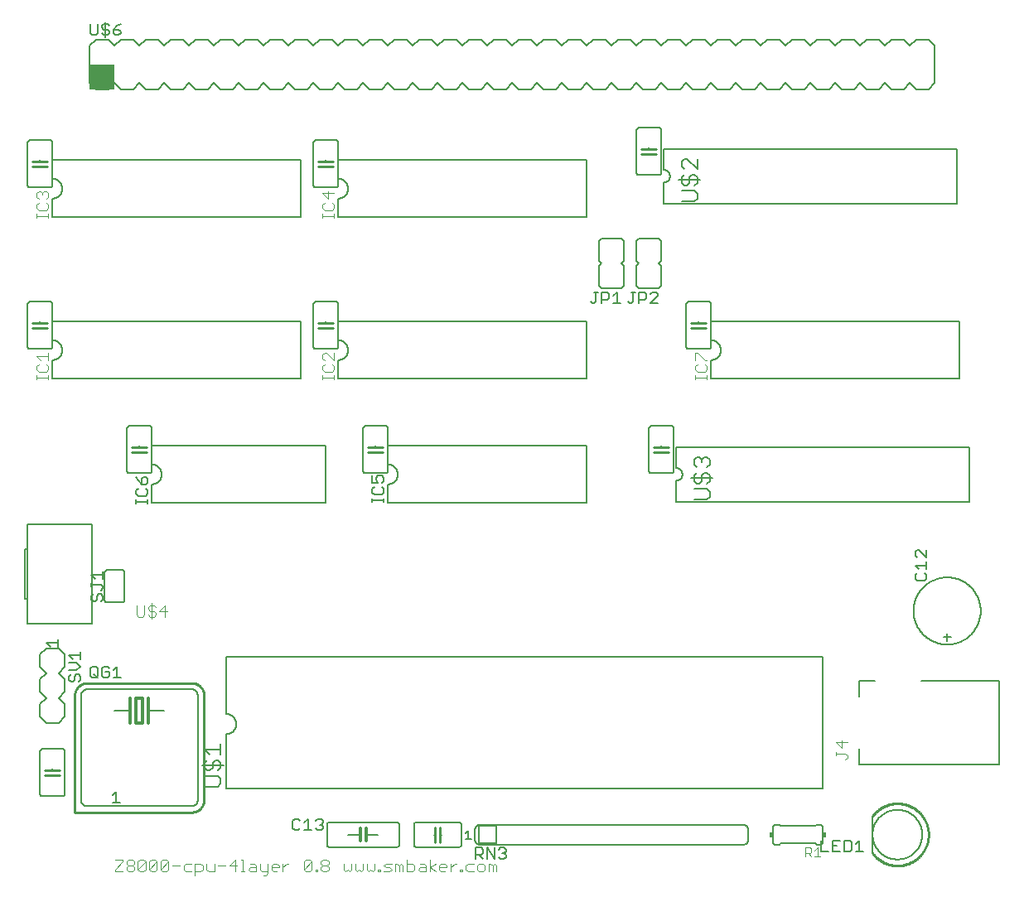
<source format=gto>
G75*
%MOIN*%
%OFA0B0*%
%FSLAX25Y25*%
%IPPOS*%
%LPD*%
%AMOC8*
5,1,8,0,0,1.08239X$1,22.5*
%
%ADD10C,0.00400*%
%ADD11C,0.00600*%
%ADD12C,0.00500*%
%ADD13C,0.01000*%
%ADD14C,0.01200*%
%ADD15C,0.00700*%
%ADD16C,0.00800*%
%ADD17R,0.01500X0.02000*%
%ADD18R,0.10000X0.10000*%
D10*
X0051500Y0016500D02*
X0054569Y0016500D01*
X0056104Y0017267D02*
X0056104Y0018035D01*
X0056871Y0018802D01*
X0058406Y0018802D01*
X0059173Y0018035D01*
X0059173Y0017267D01*
X0058406Y0016500D01*
X0056871Y0016500D01*
X0056104Y0017267D01*
X0056871Y0018802D02*
X0056104Y0019569D01*
X0056104Y0020337D01*
X0056871Y0021104D01*
X0058406Y0021104D01*
X0059173Y0020337D01*
X0059173Y0019569D01*
X0058406Y0018802D01*
X0060708Y0017267D02*
X0060708Y0020337D01*
X0061475Y0021104D01*
X0063010Y0021104D01*
X0063777Y0020337D01*
X0060708Y0017267D01*
X0061475Y0016500D01*
X0063010Y0016500D01*
X0063777Y0017267D01*
X0063777Y0020337D01*
X0065312Y0020337D02*
X0066079Y0021104D01*
X0067614Y0021104D01*
X0068381Y0020337D01*
X0065312Y0017267D01*
X0066079Y0016500D01*
X0067614Y0016500D01*
X0068381Y0017267D01*
X0068381Y0020337D01*
X0069916Y0020337D02*
X0070683Y0021104D01*
X0072218Y0021104D01*
X0072985Y0020337D01*
X0069916Y0017267D01*
X0070683Y0016500D01*
X0072218Y0016500D01*
X0072985Y0017267D01*
X0072985Y0020337D01*
X0074520Y0018802D02*
X0077589Y0018802D01*
X0079124Y0018802D02*
X0079124Y0017267D01*
X0079891Y0016500D01*
X0082193Y0016500D01*
X0083727Y0016500D02*
X0086029Y0016500D01*
X0086797Y0017267D01*
X0086797Y0018802D01*
X0086029Y0019569D01*
X0083727Y0019569D01*
X0083727Y0014965D01*
X0082193Y0019569D02*
X0079891Y0019569D01*
X0079124Y0018802D01*
X0069916Y0017267D02*
X0069916Y0020337D01*
X0065312Y0020337D02*
X0065312Y0017267D01*
X0054569Y0020337D02*
X0051500Y0017267D01*
X0051500Y0016500D01*
X0051500Y0021104D02*
X0054569Y0021104D01*
X0054569Y0020337D01*
X0088331Y0019569D02*
X0088331Y0017267D01*
X0089099Y0016500D01*
X0091401Y0016500D01*
X0091401Y0019569D01*
X0092935Y0018802D02*
X0096005Y0018802D01*
X0097539Y0018802D02*
X0100609Y0018802D01*
X0099841Y0016500D02*
X0099841Y0021104D01*
X0097539Y0018802D01*
X0102143Y0021104D02*
X0102910Y0021104D01*
X0102910Y0016500D01*
X0102143Y0016500D02*
X0103678Y0016500D01*
X0105212Y0017267D02*
X0105980Y0018035D01*
X0108282Y0018035D01*
X0108282Y0018802D02*
X0108282Y0016500D01*
X0105980Y0016500D01*
X0105212Y0017267D01*
X0105980Y0019569D02*
X0107514Y0019569D01*
X0108282Y0018802D01*
X0109816Y0019569D02*
X0109816Y0017267D01*
X0110584Y0016500D01*
X0112886Y0016500D01*
X0112886Y0015733D02*
X0112118Y0014965D01*
X0111351Y0014965D01*
X0112886Y0015733D02*
X0112886Y0019569D01*
X0114420Y0018802D02*
X0115188Y0019569D01*
X0116722Y0019569D01*
X0117490Y0018802D01*
X0117490Y0018035D01*
X0114420Y0018035D01*
X0114420Y0018802D02*
X0114420Y0017267D01*
X0115188Y0016500D01*
X0116722Y0016500D01*
X0119024Y0016500D02*
X0119024Y0019569D01*
X0119024Y0018035D02*
X0120559Y0019569D01*
X0121326Y0019569D01*
X0127465Y0020337D02*
X0127465Y0017267D01*
X0130534Y0020337D01*
X0130534Y0017267D01*
X0129767Y0016500D01*
X0128232Y0016500D01*
X0127465Y0017267D01*
X0127465Y0020337D02*
X0128232Y0021104D01*
X0129767Y0021104D01*
X0130534Y0020337D01*
X0132069Y0017267D02*
X0132836Y0017267D01*
X0132836Y0016500D01*
X0132069Y0016500D01*
X0132069Y0017267D01*
X0134371Y0017267D02*
X0134371Y0018035D01*
X0135138Y0018802D01*
X0136673Y0018802D01*
X0137440Y0018035D01*
X0137440Y0017267D01*
X0136673Y0016500D01*
X0135138Y0016500D01*
X0134371Y0017267D01*
X0135138Y0018802D02*
X0134371Y0019569D01*
X0134371Y0020337D01*
X0135138Y0021104D01*
X0136673Y0021104D01*
X0137440Y0020337D01*
X0137440Y0019569D01*
X0136673Y0018802D01*
X0143578Y0019569D02*
X0143578Y0017267D01*
X0144346Y0016500D01*
X0145113Y0017267D01*
X0145880Y0016500D01*
X0146648Y0017267D01*
X0146648Y0019569D01*
X0148182Y0019569D02*
X0148182Y0017267D01*
X0148950Y0016500D01*
X0149717Y0017267D01*
X0150484Y0016500D01*
X0151252Y0017267D01*
X0151252Y0019569D01*
X0152786Y0019569D02*
X0152786Y0017267D01*
X0153554Y0016500D01*
X0154321Y0017267D01*
X0155088Y0016500D01*
X0155856Y0017267D01*
X0155856Y0019569D01*
X0157390Y0017267D02*
X0158158Y0017267D01*
X0158158Y0016500D01*
X0157390Y0016500D01*
X0157390Y0017267D01*
X0159692Y0016500D02*
X0161994Y0016500D01*
X0162761Y0017267D01*
X0161994Y0018035D01*
X0160460Y0018035D01*
X0159692Y0018802D01*
X0160460Y0019569D01*
X0162761Y0019569D01*
X0164296Y0019569D02*
X0164296Y0016500D01*
X0165831Y0016500D02*
X0165831Y0018802D01*
X0166598Y0019569D01*
X0167365Y0018802D01*
X0167365Y0016500D01*
X0168900Y0016500D02*
X0171202Y0016500D01*
X0171969Y0017267D01*
X0171969Y0018802D01*
X0171202Y0019569D01*
X0168900Y0019569D01*
X0168900Y0021104D02*
X0168900Y0016500D01*
X0165831Y0018802D02*
X0165063Y0019569D01*
X0164296Y0019569D01*
X0173504Y0017267D02*
X0174271Y0018035D01*
X0176573Y0018035D01*
X0176573Y0018802D02*
X0176573Y0016500D01*
X0174271Y0016500D01*
X0173504Y0017267D01*
X0174271Y0019569D02*
X0175806Y0019569D01*
X0176573Y0018802D01*
X0178108Y0018035D02*
X0180410Y0019569D01*
X0181945Y0018802D02*
X0182712Y0019569D01*
X0184246Y0019569D01*
X0185014Y0018802D01*
X0185014Y0018035D01*
X0181945Y0018035D01*
X0181945Y0018802D02*
X0181945Y0017267D01*
X0182712Y0016500D01*
X0184246Y0016500D01*
X0186548Y0016500D02*
X0186548Y0019569D01*
X0186548Y0018035D02*
X0188083Y0019569D01*
X0188850Y0019569D01*
X0190385Y0017267D02*
X0191152Y0017267D01*
X0191152Y0016500D01*
X0190385Y0016500D01*
X0190385Y0017267D01*
X0192687Y0017267D02*
X0192687Y0018802D01*
X0193454Y0019569D01*
X0195756Y0019569D01*
X0197291Y0018802D02*
X0197291Y0017267D01*
X0198058Y0016500D01*
X0199593Y0016500D01*
X0200360Y0017267D01*
X0200360Y0018802D01*
X0199593Y0019569D01*
X0198058Y0019569D01*
X0197291Y0018802D01*
X0195756Y0016500D02*
X0193454Y0016500D01*
X0192687Y0017267D01*
X0201895Y0016500D02*
X0201895Y0019569D01*
X0202662Y0019569D01*
X0203429Y0018802D01*
X0204197Y0019569D01*
X0204964Y0018802D01*
X0204964Y0016500D01*
X0203429Y0016500D02*
X0203429Y0018802D01*
X0180410Y0016500D02*
X0178108Y0018035D01*
X0178108Y0016500D02*
X0178108Y0021104D01*
X0071698Y0119000D02*
X0071698Y0123604D01*
X0069396Y0121302D01*
X0072465Y0121302D01*
X0067861Y0120535D02*
X0067094Y0121302D01*
X0065559Y0121302D01*
X0064792Y0122069D01*
X0064792Y0122837D01*
X0065559Y0123604D01*
X0067094Y0123604D01*
X0067861Y0122837D01*
X0066327Y0124371D02*
X0066327Y0118233D01*
X0067094Y0119000D02*
X0065559Y0119000D01*
X0064792Y0119767D01*
X0063257Y0119767D02*
X0063257Y0123604D01*
X0060188Y0123604D02*
X0060188Y0119767D01*
X0060956Y0119000D01*
X0062490Y0119000D01*
X0063257Y0119767D01*
X0067094Y0119000D02*
X0067861Y0119767D01*
X0067861Y0120535D01*
X0024600Y0214500D02*
X0024600Y0216035D01*
X0024600Y0215267D02*
X0019996Y0215267D01*
X0019996Y0214500D02*
X0019996Y0216035D01*
X0020763Y0217569D02*
X0023833Y0217569D01*
X0024600Y0218337D01*
X0024600Y0219871D01*
X0023833Y0220639D01*
X0024600Y0222173D02*
X0024600Y0225242D01*
X0024600Y0223708D02*
X0019996Y0223708D01*
X0021531Y0222173D01*
X0020763Y0220639D02*
X0019996Y0219871D01*
X0019996Y0218337D01*
X0020763Y0217569D01*
X0019996Y0279500D02*
X0019996Y0281035D01*
X0019996Y0280267D02*
X0024600Y0280267D01*
X0024600Y0279500D02*
X0024600Y0281035D01*
X0023833Y0282569D02*
X0024600Y0283337D01*
X0024600Y0284871D01*
X0023833Y0285639D01*
X0023833Y0287173D02*
X0024600Y0287941D01*
X0024600Y0289475D01*
X0023833Y0290242D01*
X0023065Y0290242D01*
X0022298Y0289475D01*
X0022298Y0288708D01*
X0022298Y0289475D02*
X0021531Y0290242D01*
X0020763Y0290242D01*
X0019996Y0289475D01*
X0019996Y0287941D01*
X0020763Y0287173D01*
X0020763Y0285639D02*
X0019996Y0284871D01*
X0019996Y0283337D01*
X0020763Y0282569D01*
X0023833Y0282569D01*
X0134996Y0283337D02*
X0135763Y0282569D01*
X0138833Y0282569D01*
X0139600Y0283337D01*
X0139600Y0284871D01*
X0138833Y0285639D01*
X0137298Y0287173D02*
X0137298Y0290242D01*
X0134996Y0289475D02*
X0137298Y0287173D01*
X0135763Y0285639D02*
X0134996Y0284871D01*
X0134996Y0283337D01*
X0134996Y0281035D02*
X0134996Y0279500D01*
X0134996Y0280267D02*
X0139600Y0280267D01*
X0139600Y0279500D02*
X0139600Y0281035D01*
X0139600Y0289475D02*
X0134996Y0289475D01*
X0135763Y0225242D02*
X0134996Y0224475D01*
X0134996Y0222941D01*
X0135763Y0222173D01*
X0135763Y0220639D02*
X0134996Y0219871D01*
X0134996Y0218337D01*
X0135763Y0217569D01*
X0138833Y0217569D01*
X0139600Y0218337D01*
X0139600Y0219871D01*
X0138833Y0220639D01*
X0139600Y0222173D02*
X0136531Y0225242D01*
X0135763Y0225242D01*
X0139600Y0225242D02*
X0139600Y0222173D01*
X0139600Y0216035D02*
X0139600Y0214500D01*
X0139600Y0215267D02*
X0134996Y0215267D01*
X0134996Y0214500D02*
X0134996Y0216035D01*
X0284996Y0216035D02*
X0284996Y0214500D01*
X0284996Y0215267D02*
X0289600Y0215267D01*
X0289600Y0214500D02*
X0289600Y0216035D01*
X0288833Y0217569D02*
X0285763Y0217569D01*
X0284996Y0218337D01*
X0284996Y0219871D01*
X0285763Y0220639D01*
X0284996Y0222173D02*
X0284996Y0225242D01*
X0285763Y0225242D01*
X0288833Y0222173D01*
X0289600Y0222173D01*
X0288833Y0220639D02*
X0289600Y0219871D01*
X0289600Y0218337D01*
X0288833Y0217569D01*
X0341496Y0068406D02*
X0343798Y0066104D01*
X0343798Y0069173D01*
X0346100Y0068406D02*
X0341496Y0068406D01*
X0341496Y0064569D02*
X0341496Y0063035D01*
X0341496Y0063802D02*
X0345333Y0063802D01*
X0346100Y0063035D01*
X0346100Y0062267D01*
X0345333Y0061500D01*
X0334077Y0026003D02*
X0334077Y0022500D01*
X0335244Y0022500D02*
X0332909Y0022500D01*
X0331653Y0022500D02*
X0330486Y0023668D01*
X0331069Y0023668D02*
X0329318Y0023668D01*
X0329318Y0022500D02*
X0329318Y0026003D01*
X0331069Y0026003D01*
X0331653Y0025419D01*
X0331653Y0024251D01*
X0331069Y0023668D01*
X0332909Y0024835D02*
X0334077Y0026003D01*
D11*
X0333800Y0027300D02*
X0333300Y0027800D01*
X0319300Y0027800D01*
X0318800Y0027300D01*
X0317300Y0027300D01*
X0317240Y0027302D01*
X0317179Y0027307D01*
X0317120Y0027316D01*
X0317061Y0027329D01*
X0317002Y0027345D01*
X0316945Y0027365D01*
X0316890Y0027388D01*
X0316835Y0027415D01*
X0316783Y0027444D01*
X0316732Y0027477D01*
X0316683Y0027513D01*
X0316637Y0027551D01*
X0316593Y0027593D01*
X0316551Y0027637D01*
X0316513Y0027683D01*
X0316477Y0027732D01*
X0316444Y0027783D01*
X0316415Y0027835D01*
X0316388Y0027890D01*
X0316365Y0027945D01*
X0316345Y0028002D01*
X0316329Y0028061D01*
X0316316Y0028120D01*
X0316307Y0028179D01*
X0316302Y0028240D01*
X0316300Y0028300D01*
X0316300Y0034300D01*
X0316302Y0034360D01*
X0316307Y0034421D01*
X0316316Y0034480D01*
X0316329Y0034539D01*
X0316345Y0034598D01*
X0316365Y0034655D01*
X0316388Y0034710D01*
X0316415Y0034765D01*
X0316444Y0034817D01*
X0316477Y0034868D01*
X0316513Y0034917D01*
X0316551Y0034963D01*
X0316593Y0035007D01*
X0316637Y0035049D01*
X0316683Y0035087D01*
X0316732Y0035123D01*
X0316783Y0035156D01*
X0316835Y0035185D01*
X0316890Y0035212D01*
X0316945Y0035235D01*
X0317002Y0035255D01*
X0317061Y0035271D01*
X0317120Y0035284D01*
X0317179Y0035293D01*
X0317240Y0035298D01*
X0317300Y0035300D01*
X0318800Y0035300D01*
X0319300Y0034800D01*
X0333300Y0034800D01*
X0333800Y0035300D01*
X0335300Y0035300D01*
X0335360Y0035298D01*
X0335421Y0035293D01*
X0335480Y0035284D01*
X0335539Y0035271D01*
X0335598Y0035255D01*
X0335655Y0035235D01*
X0335710Y0035212D01*
X0335765Y0035185D01*
X0335817Y0035156D01*
X0335868Y0035123D01*
X0335917Y0035087D01*
X0335963Y0035049D01*
X0336007Y0035007D01*
X0336049Y0034963D01*
X0336087Y0034917D01*
X0336123Y0034868D01*
X0336156Y0034817D01*
X0336185Y0034765D01*
X0336212Y0034710D01*
X0336235Y0034655D01*
X0336255Y0034598D01*
X0336271Y0034539D01*
X0336284Y0034480D01*
X0336293Y0034421D01*
X0336298Y0034360D01*
X0336300Y0034300D01*
X0336300Y0028300D01*
X0336298Y0028240D01*
X0336293Y0028179D01*
X0336284Y0028120D01*
X0336271Y0028061D01*
X0336255Y0028002D01*
X0336235Y0027945D01*
X0336212Y0027890D01*
X0336185Y0027835D01*
X0336156Y0027783D01*
X0336123Y0027732D01*
X0336087Y0027683D01*
X0336049Y0027637D01*
X0336007Y0027593D01*
X0335963Y0027551D01*
X0335917Y0027513D01*
X0335868Y0027477D01*
X0335817Y0027444D01*
X0335765Y0027415D01*
X0335710Y0027388D01*
X0335655Y0027365D01*
X0335598Y0027345D01*
X0335539Y0027329D01*
X0335480Y0027316D01*
X0335421Y0027307D01*
X0335360Y0027302D01*
X0335300Y0027300D01*
X0333800Y0027300D01*
X0336300Y0049800D02*
X0336300Y0102800D01*
X0096300Y0102800D01*
X0096300Y0079800D01*
X0096426Y0079798D01*
X0096551Y0079792D01*
X0096676Y0079782D01*
X0096801Y0079768D01*
X0096926Y0079751D01*
X0097050Y0079729D01*
X0097173Y0079704D01*
X0097295Y0079674D01*
X0097416Y0079641D01*
X0097536Y0079604D01*
X0097655Y0079564D01*
X0097772Y0079519D01*
X0097889Y0079471D01*
X0098003Y0079419D01*
X0098116Y0079364D01*
X0098227Y0079305D01*
X0098336Y0079243D01*
X0098443Y0079177D01*
X0098548Y0079108D01*
X0098651Y0079036D01*
X0098752Y0078961D01*
X0098850Y0078882D01*
X0098945Y0078800D01*
X0099038Y0078716D01*
X0099128Y0078628D01*
X0099216Y0078538D01*
X0099300Y0078445D01*
X0099382Y0078350D01*
X0099461Y0078252D01*
X0099536Y0078151D01*
X0099608Y0078048D01*
X0099677Y0077943D01*
X0099743Y0077836D01*
X0099805Y0077727D01*
X0099864Y0077616D01*
X0099919Y0077503D01*
X0099971Y0077389D01*
X0100019Y0077272D01*
X0100064Y0077155D01*
X0100104Y0077036D01*
X0100141Y0076916D01*
X0100174Y0076795D01*
X0100204Y0076673D01*
X0100229Y0076550D01*
X0100251Y0076426D01*
X0100268Y0076301D01*
X0100282Y0076176D01*
X0100292Y0076051D01*
X0100298Y0075926D01*
X0100300Y0075800D01*
X0100298Y0075674D01*
X0100292Y0075549D01*
X0100282Y0075424D01*
X0100268Y0075299D01*
X0100251Y0075174D01*
X0100229Y0075050D01*
X0100204Y0074927D01*
X0100174Y0074805D01*
X0100141Y0074684D01*
X0100104Y0074564D01*
X0100064Y0074445D01*
X0100019Y0074328D01*
X0099971Y0074211D01*
X0099919Y0074097D01*
X0099864Y0073984D01*
X0099805Y0073873D01*
X0099743Y0073764D01*
X0099677Y0073657D01*
X0099608Y0073552D01*
X0099536Y0073449D01*
X0099461Y0073348D01*
X0099382Y0073250D01*
X0099300Y0073155D01*
X0099216Y0073062D01*
X0099128Y0072972D01*
X0099038Y0072884D01*
X0098945Y0072800D01*
X0098850Y0072718D01*
X0098752Y0072639D01*
X0098651Y0072564D01*
X0098548Y0072492D01*
X0098443Y0072423D01*
X0098336Y0072357D01*
X0098227Y0072295D01*
X0098116Y0072236D01*
X0098003Y0072181D01*
X0097889Y0072129D01*
X0097772Y0072081D01*
X0097655Y0072036D01*
X0097536Y0071996D01*
X0097416Y0071959D01*
X0097295Y0071926D01*
X0097173Y0071896D01*
X0097050Y0071871D01*
X0096926Y0071849D01*
X0096801Y0071832D01*
X0096676Y0071818D01*
X0096551Y0071808D01*
X0096426Y0071802D01*
X0096300Y0071800D01*
X0096300Y0049800D01*
X0336300Y0049800D01*
X0306300Y0033300D02*
X0306300Y0029300D01*
X0306298Y0029213D01*
X0306292Y0029126D01*
X0306283Y0029039D01*
X0306270Y0028953D01*
X0306253Y0028867D01*
X0306232Y0028782D01*
X0306207Y0028699D01*
X0306179Y0028616D01*
X0306148Y0028535D01*
X0306113Y0028455D01*
X0306074Y0028377D01*
X0306032Y0028300D01*
X0305987Y0028225D01*
X0305938Y0028153D01*
X0305887Y0028082D01*
X0305832Y0028014D01*
X0305775Y0027949D01*
X0305714Y0027886D01*
X0305651Y0027825D01*
X0305586Y0027768D01*
X0305518Y0027713D01*
X0305447Y0027662D01*
X0305375Y0027613D01*
X0305300Y0027568D01*
X0305223Y0027526D01*
X0305145Y0027487D01*
X0305065Y0027452D01*
X0304984Y0027421D01*
X0304901Y0027393D01*
X0304818Y0027368D01*
X0304733Y0027347D01*
X0304647Y0027330D01*
X0304561Y0027317D01*
X0304474Y0027308D01*
X0304387Y0027302D01*
X0304300Y0027300D01*
X0198300Y0027300D01*
X0197800Y0027800D02*
X0197800Y0034800D01*
X0204800Y0034800D01*
X0204800Y0027800D01*
X0197800Y0027800D01*
X0198300Y0027300D02*
X0198213Y0027302D01*
X0198126Y0027308D01*
X0198039Y0027317D01*
X0197953Y0027330D01*
X0197867Y0027347D01*
X0197782Y0027368D01*
X0197699Y0027393D01*
X0197616Y0027421D01*
X0197535Y0027452D01*
X0197455Y0027487D01*
X0197377Y0027526D01*
X0197300Y0027568D01*
X0197225Y0027613D01*
X0197153Y0027662D01*
X0197082Y0027713D01*
X0197014Y0027768D01*
X0196949Y0027825D01*
X0196886Y0027886D01*
X0196825Y0027949D01*
X0196768Y0028014D01*
X0196713Y0028082D01*
X0196662Y0028153D01*
X0196613Y0028225D01*
X0196568Y0028300D01*
X0196526Y0028377D01*
X0196487Y0028455D01*
X0196452Y0028535D01*
X0196421Y0028616D01*
X0196393Y0028699D01*
X0196368Y0028782D01*
X0196347Y0028867D01*
X0196330Y0028953D01*
X0196317Y0029039D01*
X0196308Y0029126D01*
X0196302Y0029213D01*
X0196300Y0029300D01*
X0196300Y0033300D01*
X0196302Y0033387D01*
X0196308Y0033474D01*
X0196317Y0033561D01*
X0196330Y0033647D01*
X0196347Y0033733D01*
X0196368Y0033818D01*
X0196393Y0033901D01*
X0196421Y0033984D01*
X0196452Y0034065D01*
X0196487Y0034145D01*
X0196526Y0034223D01*
X0196568Y0034300D01*
X0196613Y0034375D01*
X0196662Y0034447D01*
X0196713Y0034518D01*
X0196768Y0034586D01*
X0196825Y0034651D01*
X0196886Y0034714D01*
X0196949Y0034775D01*
X0197014Y0034832D01*
X0197082Y0034887D01*
X0197153Y0034938D01*
X0197225Y0034987D01*
X0197300Y0035032D01*
X0197377Y0035074D01*
X0197455Y0035113D01*
X0197535Y0035148D01*
X0197616Y0035179D01*
X0197699Y0035207D01*
X0197782Y0035232D01*
X0197867Y0035253D01*
X0197953Y0035270D01*
X0198039Y0035283D01*
X0198126Y0035292D01*
X0198213Y0035298D01*
X0198300Y0035300D01*
X0304300Y0035300D01*
X0304387Y0035298D01*
X0304474Y0035292D01*
X0304561Y0035283D01*
X0304647Y0035270D01*
X0304733Y0035253D01*
X0304818Y0035232D01*
X0304901Y0035207D01*
X0304984Y0035179D01*
X0305065Y0035148D01*
X0305145Y0035113D01*
X0305223Y0035074D01*
X0305300Y0035032D01*
X0305375Y0034987D01*
X0305447Y0034938D01*
X0305518Y0034887D01*
X0305586Y0034832D01*
X0305651Y0034775D01*
X0305714Y0034714D01*
X0305775Y0034651D01*
X0305832Y0034586D01*
X0305887Y0034518D01*
X0305938Y0034447D01*
X0305987Y0034375D01*
X0306032Y0034300D01*
X0306074Y0034223D01*
X0306113Y0034145D01*
X0306148Y0034065D01*
X0306179Y0033984D01*
X0306207Y0033901D01*
X0306232Y0033818D01*
X0306253Y0033733D01*
X0306270Y0033647D01*
X0306283Y0033561D01*
X0306292Y0033474D01*
X0306298Y0033387D01*
X0306300Y0033300D01*
X0356300Y0031300D02*
X0356303Y0031545D01*
X0356312Y0031791D01*
X0356327Y0032036D01*
X0356348Y0032280D01*
X0356375Y0032524D01*
X0356408Y0032767D01*
X0356447Y0033010D01*
X0356492Y0033251D01*
X0356543Y0033491D01*
X0356600Y0033730D01*
X0356662Y0033967D01*
X0356731Y0034203D01*
X0356805Y0034437D01*
X0356885Y0034669D01*
X0356970Y0034899D01*
X0357061Y0035127D01*
X0357158Y0035352D01*
X0357260Y0035576D01*
X0357368Y0035796D01*
X0357481Y0036014D01*
X0357599Y0036229D01*
X0357723Y0036441D01*
X0357851Y0036650D01*
X0357985Y0036856D01*
X0358124Y0037058D01*
X0358268Y0037257D01*
X0358417Y0037452D01*
X0358570Y0037644D01*
X0358728Y0037832D01*
X0358890Y0038016D01*
X0359058Y0038195D01*
X0359229Y0038371D01*
X0359405Y0038542D01*
X0359584Y0038710D01*
X0359768Y0038872D01*
X0359956Y0039030D01*
X0360148Y0039183D01*
X0360343Y0039332D01*
X0360542Y0039476D01*
X0360744Y0039615D01*
X0360950Y0039749D01*
X0361159Y0039877D01*
X0361371Y0040001D01*
X0361586Y0040119D01*
X0361804Y0040232D01*
X0362024Y0040340D01*
X0362248Y0040442D01*
X0362473Y0040539D01*
X0362701Y0040630D01*
X0362931Y0040715D01*
X0363163Y0040795D01*
X0363397Y0040869D01*
X0363633Y0040938D01*
X0363870Y0041000D01*
X0364109Y0041057D01*
X0364349Y0041108D01*
X0364590Y0041153D01*
X0364833Y0041192D01*
X0365076Y0041225D01*
X0365320Y0041252D01*
X0365564Y0041273D01*
X0365809Y0041288D01*
X0366055Y0041297D01*
X0366300Y0041300D01*
X0366545Y0041297D01*
X0366791Y0041288D01*
X0367036Y0041273D01*
X0367280Y0041252D01*
X0367524Y0041225D01*
X0367767Y0041192D01*
X0368010Y0041153D01*
X0368251Y0041108D01*
X0368491Y0041057D01*
X0368730Y0041000D01*
X0368967Y0040938D01*
X0369203Y0040869D01*
X0369437Y0040795D01*
X0369669Y0040715D01*
X0369899Y0040630D01*
X0370127Y0040539D01*
X0370352Y0040442D01*
X0370576Y0040340D01*
X0370796Y0040232D01*
X0371014Y0040119D01*
X0371229Y0040001D01*
X0371441Y0039877D01*
X0371650Y0039749D01*
X0371856Y0039615D01*
X0372058Y0039476D01*
X0372257Y0039332D01*
X0372452Y0039183D01*
X0372644Y0039030D01*
X0372832Y0038872D01*
X0373016Y0038710D01*
X0373195Y0038542D01*
X0373371Y0038371D01*
X0373542Y0038195D01*
X0373710Y0038016D01*
X0373872Y0037832D01*
X0374030Y0037644D01*
X0374183Y0037452D01*
X0374332Y0037257D01*
X0374476Y0037058D01*
X0374615Y0036856D01*
X0374749Y0036650D01*
X0374877Y0036441D01*
X0375001Y0036229D01*
X0375119Y0036014D01*
X0375232Y0035796D01*
X0375340Y0035576D01*
X0375442Y0035352D01*
X0375539Y0035127D01*
X0375630Y0034899D01*
X0375715Y0034669D01*
X0375795Y0034437D01*
X0375869Y0034203D01*
X0375938Y0033967D01*
X0376000Y0033730D01*
X0376057Y0033491D01*
X0376108Y0033251D01*
X0376153Y0033010D01*
X0376192Y0032767D01*
X0376225Y0032524D01*
X0376252Y0032280D01*
X0376273Y0032036D01*
X0376288Y0031791D01*
X0376297Y0031545D01*
X0376300Y0031300D01*
X0376297Y0031055D01*
X0376288Y0030809D01*
X0376273Y0030564D01*
X0376252Y0030320D01*
X0376225Y0030076D01*
X0376192Y0029833D01*
X0376153Y0029590D01*
X0376108Y0029349D01*
X0376057Y0029109D01*
X0376000Y0028870D01*
X0375938Y0028633D01*
X0375869Y0028397D01*
X0375795Y0028163D01*
X0375715Y0027931D01*
X0375630Y0027701D01*
X0375539Y0027473D01*
X0375442Y0027248D01*
X0375340Y0027024D01*
X0375232Y0026804D01*
X0375119Y0026586D01*
X0375001Y0026371D01*
X0374877Y0026159D01*
X0374749Y0025950D01*
X0374615Y0025744D01*
X0374476Y0025542D01*
X0374332Y0025343D01*
X0374183Y0025148D01*
X0374030Y0024956D01*
X0373872Y0024768D01*
X0373710Y0024584D01*
X0373542Y0024405D01*
X0373371Y0024229D01*
X0373195Y0024058D01*
X0373016Y0023890D01*
X0372832Y0023728D01*
X0372644Y0023570D01*
X0372452Y0023417D01*
X0372257Y0023268D01*
X0372058Y0023124D01*
X0371856Y0022985D01*
X0371650Y0022851D01*
X0371441Y0022723D01*
X0371229Y0022599D01*
X0371014Y0022481D01*
X0370796Y0022368D01*
X0370576Y0022260D01*
X0370352Y0022158D01*
X0370127Y0022061D01*
X0369899Y0021970D01*
X0369669Y0021885D01*
X0369437Y0021805D01*
X0369203Y0021731D01*
X0368967Y0021662D01*
X0368730Y0021600D01*
X0368491Y0021543D01*
X0368251Y0021492D01*
X0368010Y0021447D01*
X0367767Y0021408D01*
X0367524Y0021375D01*
X0367280Y0021348D01*
X0367036Y0021327D01*
X0366791Y0021312D01*
X0366545Y0021303D01*
X0366300Y0021300D01*
X0366055Y0021303D01*
X0365809Y0021312D01*
X0365564Y0021327D01*
X0365320Y0021348D01*
X0365076Y0021375D01*
X0364833Y0021408D01*
X0364590Y0021447D01*
X0364349Y0021492D01*
X0364109Y0021543D01*
X0363870Y0021600D01*
X0363633Y0021662D01*
X0363397Y0021731D01*
X0363163Y0021805D01*
X0362931Y0021885D01*
X0362701Y0021970D01*
X0362473Y0022061D01*
X0362248Y0022158D01*
X0362024Y0022260D01*
X0361804Y0022368D01*
X0361586Y0022481D01*
X0361371Y0022599D01*
X0361159Y0022723D01*
X0360950Y0022851D01*
X0360744Y0022985D01*
X0360542Y0023124D01*
X0360343Y0023268D01*
X0360148Y0023417D01*
X0359956Y0023570D01*
X0359768Y0023728D01*
X0359584Y0023890D01*
X0359405Y0024058D01*
X0359229Y0024229D01*
X0359058Y0024405D01*
X0358890Y0024584D01*
X0358728Y0024768D01*
X0358570Y0024956D01*
X0358417Y0025148D01*
X0358268Y0025343D01*
X0358124Y0025542D01*
X0357985Y0025744D01*
X0357851Y0025950D01*
X0357723Y0026159D01*
X0357599Y0026371D01*
X0357481Y0026586D01*
X0357368Y0026804D01*
X0357260Y0027024D01*
X0357158Y0027248D01*
X0357061Y0027473D01*
X0356970Y0027701D01*
X0356885Y0027931D01*
X0356805Y0028163D01*
X0356731Y0028397D01*
X0356662Y0028633D01*
X0356600Y0028870D01*
X0356543Y0029109D01*
X0356492Y0029349D01*
X0356447Y0029590D01*
X0356408Y0029833D01*
X0356375Y0030076D01*
X0356348Y0030320D01*
X0356327Y0030564D01*
X0356312Y0030809D01*
X0356303Y0031055D01*
X0356300Y0031300D01*
X0386300Y0109300D02*
X0386300Y0112300D01*
X0387800Y0110800D02*
X0384800Y0110800D01*
X0372800Y0121300D02*
X0372804Y0121631D01*
X0372816Y0121962D01*
X0372837Y0122293D01*
X0372865Y0122623D01*
X0372902Y0122953D01*
X0372946Y0123281D01*
X0372999Y0123608D01*
X0373059Y0123934D01*
X0373128Y0124258D01*
X0373205Y0124580D01*
X0373289Y0124901D01*
X0373381Y0125219D01*
X0373481Y0125535D01*
X0373589Y0125848D01*
X0373705Y0126159D01*
X0373828Y0126466D01*
X0373958Y0126771D01*
X0374096Y0127072D01*
X0374241Y0127370D01*
X0374394Y0127664D01*
X0374554Y0127954D01*
X0374721Y0128240D01*
X0374894Y0128522D01*
X0375075Y0128800D01*
X0375263Y0129073D01*
X0375457Y0129342D01*
X0375657Y0129606D01*
X0375864Y0129864D01*
X0376078Y0130118D01*
X0376297Y0130366D01*
X0376523Y0130609D01*
X0376754Y0130846D01*
X0376991Y0131077D01*
X0377234Y0131303D01*
X0377482Y0131522D01*
X0377736Y0131736D01*
X0377994Y0131943D01*
X0378258Y0132143D01*
X0378527Y0132337D01*
X0378800Y0132525D01*
X0379078Y0132706D01*
X0379360Y0132879D01*
X0379646Y0133046D01*
X0379936Y0133206D01*
X0380230Y0133359D01*
X0380528Y0133504D01*
X0380829Y0133642D01*
X0381134Y0133772D01*
X0381441Y0133895D01*
X0381752Y0134011D01*
X0382065Y0134119D01*
X0382381Y0134219D01*
X0382699Y0134311D01*
X0383020Y0134395D01*
X0383342Y0134472D01*
X0383666Y0134541D01*
X0383992Y0134601D01*
X0384319Y0134654D01*
X0384647Y0134698D01*
X0384977Y0134735D01*
X0385307Y0134763D01*
X0385638Y0134784D01*
X0385969Y0134796D01*
X0386300Y0134800D01*
X0386631Y0134796D01*
X0386962Y0134784D01*
X0387293Y0134763D01*
X0387623Y0134735D01*
X0387953Y0134698D01*
X0388281Y0134654D01*
X0388608Y0134601D01*
X0388934Y0134541D01*
X0389258Y0134472D01*
X0389580Y0134395D01*
X0389901Y0134311D01*
X0390219Y0134219D01*
X0390535Y0134119D01*
X0390848Y0134011D01*
X0391159Y0133895D01*
X0391466Y0133772D01*
X0391771Y0133642D01*
X0392072Y0133504D01*
X0392370Y0133359D01*
X0392664Y0133206D01*
X0392954Y0133046D01*
X0393240Y0132879D01*
X0393522Y0132706D01*
X0393800Y0132525D01*
X0394073Y0132337D01*
X0394342Y0132143D01*
X0394606Y0131943D01*
X0394864Y0131736D01*
X0395118Y0131522D01*
X0395366Y0131303D01*
X0395609Y0131077D01*
X0395846Y0130846D01*
X0396077Y0130609D01*
X0396303Y0130366D01*
X0396522Y0130118D01*
X0396736Y0129864D01*
X0396943Y0129606D01*
X0397143Y0129342D01*
X0397337Y0129073D01*
X0397525Y0128800D01*
X0397706Y0128522D01*
X0397879Y0128240D01*
X0398046Y0127954D01*
X0398206Y0127664D01*
X0398359Y0127370D01*
X0398504Y0127072D01*
X0398642Y0126771D01*
X0398772Y0126466D01*
X0398895Y0126159D01*
X0399011Y0125848D01*
X0399119Y0125535D01*
X0399219Y0125219D01*
X0399311Y0124901D01*
X0399395Y0124580D01*
X0399472Y0124258D01*
X0399541Y0123934D01*
X0399601Y0123608D01*
X0399654Y0123281D01*
X0399698Y0122953D01*
X0399735Y0122623D01*
X0399763Y0122293D01*
X0399784Y0121962D01*
X0399796Y0121631D01*
X0399800Y0121300D01*
X0399796Y0120969D01*
X0399784Y0120638D01*
X0399763Y0120307D01*
X0399735Y0119977D01*
X0399698Y0119647D01*
X0399654Y0119319D01*
X0399601Y0118992D01*
X0399541Y0118666D01*
X0399472Y0118342D01*
X0399395Y0118020D01*
X0399311Y0117699D01*
X0399219Y0117381D01*
X0399119Y0117065D01*
X0399011Y0116752D01*
X0398895Y0116441D01*
X0398772Y0116134D01*
X0398642Y0115829D01*
X0398504Y0115528D01*
X0398359Y0115230D01*
X0398206Y0114936D01*
X0398046Y0114646D01*
X0397879Y0114360D01*
X0397706Y0114078D01*
X0397525Y0113800D01*
X0397337Y0113527D01*
X0397143Y0113258D01*
X0396943Y0112994D01*
X0396736Y0112736D01*
X0396522Y0112482D01*
X0396303Y0112234D01*
X0396077Y0111991D01*
X0395846Y0111754D01*
X0395609Y0111523D01*
X0395366Y0111297D01*
X0395118Y0111078D01*
X0394864Y0110864D01*
X0394606Y0110657D01*
X0394342Y0110457D01*
X0394073Y0110263D01*
X0393800Y0110075D01*
X0393522Y0109894D01*
X0393240Y0109721D01*
X0392954Y0109554D01*
X0392664Y0109394D01*
X0392370Y0109241D01*
X0392072Y0109096D01*
X0391771Y0108958D01*
X0391466Y0108828D01*
X0391159Y0108705D01*
X0390848Y0108589D01*
X0390535Y0108481D01*
X0390219Y0108381D01*
X0389901Y0108289D01*
X0389580Y0108205D01*
X0389258Y0108128D01*
X0388934Y0108059D01*
X0388608Y0107999D01*
X0388281Y0107946D01*
X0387953Y0107902D01*
X0387623Y0107865D01*
X0387293Y0107837D01*
X0386962Y0107816D01*
X0386631Y0107804D01*
X0386300Y0107800D01*
X0385969Y0107804D01*
X0385638Y0107816D01*
X0385307Y0107837D01*
X0384977Y0107865D01*
X0384647Y0107902D01*
X0384319Y0107946D01*
X0383992Y0107999D01*
X0383666Y0108059D01*
X0383342Y0108128D01*
X0383020Y0108205D01*
X0382699Y0108289D01*
X0382381Y0108381D01*
X0382065Y0108481D01*
X0381752Y0108589D01*
X0381441Y0108705D01*
X0381134Y0108828D01*
X0380829Y0108958D01*
X0380528Y0109096D01*
X0380230Y0109241D01*
X0379936Y0109394D01*
X0379646Y0109554D01*
X0379360Y0109721D01*
X0379078Y0109894D01*
X0378800Y0110075D01*
X0378527Y0110263D01*
X0378258Y0110457D01*
X0377994Y0110657D01*
X0377736Y0110864D01*
X0377482Y0111078D01*
X0377234Y0111297D01*
X0376991Y0111523D01*
X0376754Y0111754D01*
X0376523Y0111991D01*
X0376297Y0112234D01*
X0376078Y0112482D01*
X0375864Y0112736D01*
X0375657Y0112994D01*
X0375457Y0113258D01*
X0375263Y0113527D01*
X0375075Y0113800D01*
X0374894Y0114078D01*
X0374721Y0114360D01*
X0374554Y0114646D01*
X0374394Y0114936D01*
X0374241Y0115230D01*
X0374096Y0115528D01*
X0373958Y0115829D01*
X0373828Y0116134D01*
X0373705Y0116441D01*
X0373589Y0116752D01*
X0373481Y0117065D01*
X0373381Y0117381D01*
X0373289Y0117699D01*
X0373205Y0118020D01*
X0373128Y0118342D01*
X0373059Y0118666D01*
X0372999Y0118992D01*
X0372946Y0119319D01*
X0372902Y0119647D01*
X0372865Y0119977D01*
X0372837Y0120307D01*
X0372816Y0120638D01*
X0372804Y0120969D01*
X0372800Y0121300D01*
X0395300Y0165300D02*
X0277300Y0165300D01*
X0277300Y0173800D01*
X0277398Y0173802D01*
X0277496Y0173808D01*
X0277594Y0173817D01*
X0277691Y0173831D01*
X0277788Y0173848D01*
X0277884Y0173869D01*
X0277979Y0173894D01*
X0278073Y0173922D01*
X0278165Y0173955D01*
X0278257Y0173990D01*
X0278347Y0174030D01*
X0278435Y0174072D01*
X0278522Y0174119D01*
X0278606Y0174168D01*
X0278689Y0174221D01*
X0278769Y0174277D01*
X0278848Y0174337D01*
X0278924Y0174399D01*
X0278997Y0174464D01*
X0279068Y0174532D01*
X0279136Y0174603D01*
X0279201Y0174676D01*
X0279263Y0174752D01*
X0279323Y0174831D01*
X0279379Y0174911D01*
X0279432Y0174994D01*
X0279481Y0175078D01*
X0279528Y0175165D01*
X0279570Y0175253D01*
X0279610Y0175343D01*
X0279645Y0175435D01*
X0279678Y0175527D01*
X0279706Y0175621D01*
X0279731Y0175716D01*
X0279752Y0175812D01*
X0279769Y0175909D01*
X0279783Y0176006D01*
X0279792Y0176104D01*
X0279798Y0176202D01*
X0279800Y0176300D01*
X0279798Y0176398D01*
X0279792Y0176496D01*
X0279783Y0176594D01*
X0279769Y0176691D01*
X0279752Y0176788D01*
X0279731Y0176884D01*
X0279706Y0176979D01*
X0279678Y0177073D01*
X0279645Y0177165D01*
X0279610Y0177257D01*
X0279570Y0177347D01*
X0279528Y0177435D01*
X0279481Y0177522D01*
X0279432Y0177606D01*
X0279379Y0177689D01*
X0279323Y0177769D01*
X0279263Y0177848D01*
X0279201Y0177924D01*
X0279136Y0177997D01*
X0279068Y0178068D01*
X0278997Y0178136D01*
X0278924Y0178201D01*
X0278848Y0178263D01*
X0278769Y0178323D01*
X0278689Y0178379D01*
X0278606Y0178432D01*
X0278522Y0178481D01*
X0278435Y0178528D01*
X0278347Y0178570D01*
X0278257Y0178610D01*
X0278165Y0178645D01*
X0278073Y0178678D01*
X0277979Y0178706D01*
X0277884Y0178731D01*
X0277788Y0178752D01*
X0277691Y0178769D01*
X0277594Y0178783D01*
X0277496Y0178792D01*
X0277398Y0178798D01*
X0277300Y0178800D01*
X0277300Y0187300D01*
X0395300Y0187300D01*
X0395300Y0165300D01*
X0391300Y0214800D02*
X0391300Y0237800D01*
X0291300Y0237800D01*
X0291300Y0230300D01*
X0291300Y0227800D02*
X0291300Y0244800D01*
X0291298Y0244860D01*
X0291293Y0244921D01*
X0291284Y0244980D01*
X0291271Y0245039D01*
X0291255Y0245098D01*
X0291235Y0245155D01*
X0291212Y0245210D01*
X0291185Y0245265D01*
X0291156Y0245317D01*
X0291123Y0245368D01*
X0291087Y0245417D01*
X0291049Y0245463D01*
X0291007Y0245507D01*
X0290963Y0245549D01*
X0290917Y0245587D01*
X0290868Y0245623D01*
X0290817Y0245656D01*
X0290765Y0245685D01*
X0290710Y0245712D01*
X0290655Y0245735D01*
X0290598Y0245755D01*
X0290539Y0245771D01*
X0290480Y0245784D01*
X0290421Y0245793D01*
X0290360Y0245798D01*
X0290300Y0245800D01*
X0282300Y0245800D01*
X0282240Y0245798D01*
X0282179Y0245793D01*
X0282120Y0245784D01*
X0282061Y0245771D01*
X0282002Y0245755D01*
X0281945Y0245735D01*
X0281890Y0245712D01*
X0281835Y0245685D01*
X0281783Y0245656D01*
X0281732Y0245623D01*
X0281683Y0245587D01*
X0281637Y0245549D01*
X0281593Y0245507D01*
X0281551Y0245463D01*
X0281513Y0245417D01*
X0281477Y0245368D01*
X0281444Y0245317D01*
X0281415Y0245265D01*
X0281388Y0245210D01*
X0281365Y0245155D01*
X0281345Y0245098D01*
X0281329Y0245039D01*
X0281316Y0244980D01*
X0281307Y0244921D01*
X0281302Y0244860D01*
X0281300Y0244800D01*
X0281300Y0227800D01*
X0281302Y0227740D01*
X0281307Y0227679D01*
X0281316Y0227620D01*
X0281329Y0227561D01*
X0281345Y0227502D01*
X0281365Y0227445D01*
X0281388Y0227390D01*
X0281415Y0227335D01*
X0281444Y0227283D01*
X0281477Y0227232D01*
X0281513Y0227183D01*
X0281551Y0227137D01*
X0281593Y0227093D01*
X0281637Y0227051D01*
X0281683Y0227013D01*
X0281732Y0226977D01*
X0281783Y0226944D01*
X0281835Y0226915D01*
X0281890Y0226888D01*
X0281945Y0226865D01*
X0282002Y0226845D01*
X0282061Y0226829D01*
X0282120Y0226816D01*
X0282179Y0226807D01*
X0282240Y0226802D01*
X0282300Y0226800D01*
X0290300Y0226800D01*
X0290360Y0226802D01*
X0290421Y0226807D01*
X0290480Y0226816D01*
X0290539Y0226829D01*
X0290598Y0226845D01*
X0290655Y0226865D01*
X0290710Y0226888D01*
X0290765Y0226915D01*
X0290817Y0226944D01*
X0290868Y0226977D01*
X0290917Y0227013D01*
X0290963Y0227051D01*
X0291007Y0227093D01*
X0291049Y0227137D01*
X0291087Y0227183D01*
X0291123Y0227232D01*
X0291156Y0227283D01*
X0291185Y0227335D01*
X0291212Y0227390D01*
X0291235Y0227445D01*
X0291255Y0227502D01*
X0291271Y0227561D01*
X0291284Y0227620D01*
X0291293Y0227679D01*
X0291298Y0227740D01*
X0291300Y0227800D01*
X0291300Y0230300D02*
X0291426Y0230298D01*
X0291551Y0230292D01*
X0291676Y0230282D01*
X0291801Y0230268D01*
X0291926Y0230251D01*
X0292050Y0230229D01*
X0292173Y0230204D01*
X0292295Y0230174D01*
X0292416Y0230141D01*
X0292536Y0230104D01*
X0292655Y0230064D01*
X0292772Y0230019D01*
X0292889Y0229971D01*
X0293003Y0229919D01*
X0293116Y0229864D01*
X0293227Y0229805D01*
X0293336Y0229743D01*
X0293443Y0229677D01*
X0293548Y0229608D01*
X0293651Y0229536D01*
X0293752Y0229461D01*
X0293850Y0229382D01*
X0293945Y0229300D01*
X0294038Y0229216D01*
X0294128Y0229128D01*
X0294216Y0229038D01*
X0294300Y0228945D01*
X0294382Y0228850D01*
X0294461Y0228752D01*
X0294536Y0228651D01*
X0294608Y0228548D01*
X0294677Y0228443D01*
X0294743Y0228336D01*
X0294805Y0228227D01*
X0294864Y0228116D01*
X0294919Y0228003D01*
X0294971Y0227889D01*
X0295019Y0227772D01*
X0295064Y0227655D01*
X0295104Y0227536D01*
X0295141Y0227416D01*
X0295174Y0227295D01*
X0295204Y0227173D01*
X0295229Y0227050D01*
X0295251Y0226926D01*
X0295268Y0226801D01*
X0295282Y0226676D01*
X0295292Y0226551D01*
X0295298Y0226426D01*
X0295300Y0226300D01*
X0295298Y0226174D01*
X0295292Y0226049D01*
X0295282Y0225924D01*
X0295268Y0225799D01*
X0295251Y0225674D01*
X0295229Y0225550D01*
X0295204Y0225427D01*
X0295174Y0225305D01*
X0295141Y0225184D01*
X0295104Y0225064D01*
X0295064Y0224945D01*
X0295019Y0224828D01*
X0294971Y0224711D01*
X0294919Y0224597D01*
X0294864Y0224484D01*
X0294805Y0224373D01*
X0294743Y0224264D01*
X0294677Y0224157D01*
X0294608Y0224052D01*
X0294536Y0223949D01*
X0294461Y0223848D01*
X0294382Y0223750D01*
X0294300Y0223655D01*
X0294216Y0223562D01*
X0294128Y0223472D01*
X0294038Y0223384D01*
X0293945Y0223300D01*
X0293850Y0223218D01*
X0293752Y0223139D01*
X0293651Y0223064D01*
X0293548Y0222992D01*
X0293443Y0222923D01*
X0293336Y0222857D01*
X0293227Y0222795D01*
X0293116Y0222736D01*
X0293003Y0222681D01*
X0292889Y0222629D01*
X0292772Y0222581D01*
X0292655Y0222536D01*
X0292536Y0222496D01*
X0292416Y0222459D01*
X0292295Y0222426D01*
X0292173Y0222396D01*
X0292050Y0222371D01*
X0291926Y0222349D01*
X0291801Y0222332D01*
X0291676Y0222318D01*
X0291551Y0222308D01*
X0291426Y0222302D01*
X0291300Y0222300D01*
X0291300Y0214800D01*
X0391300Y0214800D01*
X0390300Y0285300D02*
X0272300Y0285300D01*
X0272300Y0293800D01*
X0272398Y0293802D01*
X0272496Y0293808D01*
X0272594Y0293817D01*
X0272691Y0293831D01*
X0272788Y0293848D01*
X0272884Y0293869D01*
X0272979Y0293894D01*
X0273073Y0293922D01*
X0273165Y0293955D01*
X0273257Y0293990D01*
X0273347Y0294030D01*
X0273435Y0294072D01*
X0273522Y0294119D01*
X0273606Y0294168D01*
X0273689Y0294221D01*
X0273769Y0294277D01*
X0273848Y0294337D01*
X0273924Y0294399D01*
X0273997Y0294464D01*
X0274068Y0294532D01*
X0274136Y0294603D01*
X0274201Y0294676D01*
X0274263Y0294752D01*
X0274323Y0294831D01*
X0274379Y0294911D01*
X0274432Y0294994D01*
X0274481Y0295078D01*
X0274528Y0295165D01*
X0274570Y0295253D01*
X0274610Y0295343D01*
X0274645Y0295435D01*
X0274678Y0295527D01*
X0274706Y0295621D01*
X0274731Y0295716D01*
X0274752Y0295812D01*
X0274769Y0295909D01*
X0274783Y0296006D01*
X0274792Y0296104D01*
X0274798Y0296202D01*
X0274800Y0296300D01*
X0274798Y0296398D01*
X0274792Y0296496D01*
X0274783Y0296594D01*
X0274769Y0296691D01*
X0274752Y0296788D01*
X0274731Y0296884D01*
X0274706Y0296979D01*
X0274678Y0297073D01*
X0274645Y0297165D01*
X0274610Y0297257D01*
X0274570Y0297347D01*
X0274528Y0297435D01*
X0274481Y0297522D01*
X0274432Y0297606D01*
X0274379Y0297689D01*
X0274323Y0297769D01*
X0274263Y0297848D01*
X0274201Y0297924D01*
X0274136Y0297997D01*
X0274068Y0298068D01*
X0273997Y0298136D01*
X0273924Y0298201D01*
X0273848Y0298263D01*
X0273769Y0298323D01*
X0273689Y0298379D01*
X0273606Y0298432D01*
X0273522Y0298481D01*
X0273435Y0298528D01*
X0273347Y0298570D01*
X0273257Y0298610D01*
X0273165Y0298645D01*
X0273073Y0298678D01*
X0272979Y0298706D01*
X0272884Y0298731D01*
X0272788Y0298752D01*
X0272691Y0298769D01*
X0272594Y0298783D01*
X0272496Y0298792D01*
X0272398Y0298798D01*
X0272300Y0298800D01*
X0272300Y0307300D01*
X0390300Y0307300D01*
X0390300Y0285300D01*
X0378800Y0331300D02*
X0373800Y0331300D01*
X0371300Y0333800D01*
X0368800Y0331300D01*
X0363800Y0331300D01*
X0361300Y0333800D01*
X0358800Y0331300D01*
X0353800Y0331300D01*
X0351300Y0333800D01*
X0348800Y0331300D01*
X0343800Y0331300D01*
X0341300Y0333800D01*
X0338800Y0331300D01*
X0333800Y0331300D01*
X0331300Y0333800D01*
X0328800Y0331300D01*
X0323800Y0331300D01*
X0321300Y0333800D01*
X0318800Y0331300D01*
X0313800Y0331300D01*
X0311300Y0333800D01*
X0308800Y0331300D01*
X0303800Y0331300D01*
X0301300Y0333800D01*
X0298800Y0331300D01*
X0293800Y0331300D01*
X0291300Y0333800D01*
X0288800Y0331300D01*
X0283800Y0331300D01*
X0281300Y0333800D01*
X0278800Y0331300D01*
X0273800Y0331300D01*
X0271300Y0333800D01*
X0268800Y0331300D01*
X0263800Y0331300D01*
X0261300Y0333800D01*
X0258800Y0331300D01*
X0253800Y0331300D01*
X0251300Y0333800D01*
X0248800Y0331300D01*
X0243800Y0331300D01*
X0241300Y0333800D01*
X0238800Y0331300D01*
X0233800Y0331300D01*
X0231300Y0333800D01*
X0228800Y0331300D01*
X0223800Y0331300D01*
X0221300Y0333800D01*
X0218800Y0331300D01*
X0213800Y0331300D01*
X0211300Y0333800D01*
X0208800Y0331300D01*
X0203800Y0331300D01*
X0201300Y0333800D01*
X0198800Y0331300D01*
X0193800Y0331300D01*
X0191300Y0333800D01*
X0188800Y0331300D01*
X0183800Y0331300D01*
X0181300Y0333800D01*
X0178800Y0331300D01*
X0173800Y0331300D01*
X0171300Y0333800D01*
X0168800Y0331300D01*
X0163800Y0331300D01*
X0161300Y0333800D01*
X0158800Y0331300D01*
X0153800Y0331300D01*
X0151300Y0333800D01*
X0148800Y0331300D01*
X0143800Y0331300D01*
X0141300Y0333800D01*
X0138800Y0331300D01*
X0133800Y0331300D01*
X0131300Y0333800D01*
X0128800Y0331300D01*
X0123800Y0331300D01*
X0121300Y0333800D01*
X0118800Y0331300D01*
X0113800Y0331300D01*
X0111300Y0333800D01*
X0108800Y0331300D01*
X0103800Y0331300D01*
X0101300Y0333800D01*
X0098800Y0331300D01*
X0093800Y0331300D01*
X0091300Y0333800D01*
X0088800Y0331300D01*
X0083800Y0331300D01*
X0081300Y0333800D01*
X0078800Y0331300D01*
X0073800Y0331300D01*
X0071300Y0333800D01*
X0068800Y0331300D01*
X0063800Y0331300D01*
X0061300Y0333800D01*
X0058800Y0331300D01*
X0053800Y0331300D01*
X0051300Y0333800D01*
X0048800Y0331300D01*
X0043800Y0331300D01*
X0041300Y0333800D01*
X0041300Y0348800D01*
X0043800Y0351300D01*
X0048800Y0351300D01*
X0051300Y0348800D01*
X0053800Y0351300D01*
X0058800Y0351300D01*
X0061300Y0348800D01*
X0063800Y0351300D01*
X0068800Y0351300D01*
X0071300Y0348800D01*
X0073800Y0351300D01*
X0078800Y0351300D01*
X0081300Y0348800D01*
X0083800Y0351300D01*
X0088800Y0351300D01*
X0091300Y0348800D01*
X0093800Y0351300D01*
X0098800Y0351300D01*
X0101300Y0348800D01*
X0103800Y0351300D01*
X0108800Y0351300D01*
X0111300Y0348800D01*
X0113800Y0351300D01*
X0118800Y0351300D01*
X0121300Y0348800D01*
X0123800Y0351300D01*
X0128800Y0351300D01*
X0131300Y0348800D01*
X0133800Y0351300D01*
X0138800Y0351300D01*
X0141300Y0348800D01*
X0143800Y0351300D01*
X0148800Y0351300D01*
X0151300Y0348800D01*
X0153800Y0351300D01*
X0158800Y0351300D01*
X0161300Y0348800D01*
X0163800Y0351300D01*
X0168800Y0351300D01*
X0171300Y0348800D01*
X0173800Y0351300D01*
X0178800Y0351300D01*
X0181300Y0348800D01*
X0183800Y0351300D01*
X0188800Y0351300D01*
X0191300Y0348800D01*
X0193800Y0351300D01*
X0198800Y0351300D01*
X0201300Y0348800D01*
X0203800Y0351300D01*
X0208800Y0351300D01*
X0211300Y0348800D01*
X0213800Y0351300D01*
X0218800Y0351300D01*
X0221300Y0348800D01*
X0223800Y0351300D01*
X0228800Y0351300D01*
X0231300Y0348800D01*
X0233800Y0351300D01*
X0238800Y0351300D01*
X0241300Y0348800D01*
X0243800Y0351300D01*
X0248800Y0351300D01*
X0251300Y0348800D01*
X0253800Y0351300D01*
X0258800Y0351300D01*
X0261300Y0348800D01*
X0263800Y0351300D01*
X0268800Y0351300D01*
X0271300Y0348800D01*
X0273800Y0351300D01*
X0278800Y0351300D01*
X0281300Y0348800D01*
X0283800Y0351300D01*
X0288800Y0351300D01*
X0291300Y0348800D01*
X0293800Y0351300D01*
X0298800Y0351300D01*
X0301300Y0348800D01*
X0303800Y0351300D01*
X0308800Y0351300D01*
X0311300Y0348800D01*
X0313800Y0351300D01*
X0318800Y0351300D01*
X0321300Y0348800D01*
X0323800Y0351300D01*
X0328800Y0351300D01*
X0331300Y0348800D01*
X0333800Y0351300D01*
X0338800Y0351300D01*
X0341300Y0348800D01*
X0343800Y0351300D01*
X0348800Y0351300D01*
X0351300Y0348800D01*
X0353800Y0351300D01*
X0358800Y0351300D01*
X0361300Y0348800D01*
X0363800Y0351300D01*
X0368800Y0351300D01*
X0371300Y0348800D01*
X0373800Y0351300D01*
X0378800Y0351300D01*
X0381300Y0348800D01*
X0381300Y0333800D01*
X0378800Y0331300D01*
X0286300Y0237800D02*
X0286300Y0237300D01*
X0286300Y0235300D02*
X0286300Y0234800D01*
X0270300Y0251300D02*
X0262300Y0251300D01*
X0261300Y0252300D01*
X0261300Y0260300D01*
X0262300Y0261300D01*
X0261300Y0262300D01*
X0261300Y0270300D01*
X0262300Y0271300D01*
X0270300Y0271300D01*
X0271300Y0270300D01*
X0271300Y0262300D01*
X0270300Y0261300D01*
X0271300Y0260300D01*
X0271300Y0252300D01*
X0270300Y0251300D01*
X0256300Y0252300D02*
X0255300Y0251300D01*
X0247300Y0251300D01*
X0246300Y0252300D01*
X0246300Y0260300D01*
X0247300Y0261300D01*
X0246300Y0262300D01*
X0246300Y0270300D01*
X0247300Y0271300D01*
X0255300Y0271300D01*
X0256300Y0270300D01*
X0256300Y0262300D01*
X0255300Y0261300D01*
X0256300Y0260300D01*
X0256300Y0252300D01*
X0241300Y0237800D02*
X0241300Y0214800D01*
X0141300Y0214800D01*
X0141300Y0222300D01*
X0141426Y0222302D01*
X0141551Y0222308D01*
X0141676Y0222318D01*
X0141801Y0222332D01*
X0141926Y0222349D01*
X0142050Y0222371D01*
X0142173Y0222396D01*
X0142295Y0222426D01*
X0142416Y0222459D01*
X0142536Y0222496D01*
X0142655Y0222536D01*
X0142772Y0222581D01*
X0142889Y0222629D01*
X0143003Y0222681D01*
X0143116Y0222736D01*
X0143227Y0222795D01*
X0143336Y0222857D01*
X0143443Y0222923D01*
X0143548Y0222992D01*
X0143651Y0223064D01*
X0143752Y0223139D01*
X0143850Y0223218D01*
X0143945Y0223300D01*
X0144038Y0223384D01*
X0144128Y0223472D01*
X0144216Y0223562D01*
X0144300Y0223655D01*
X0144382Y0223750D01*
X0144461Y0223848D01*
X0144536Y0223949D01*
X0144608Y0224052D01*
X0144677Y0224157D01*
X0144743Y0224264D01*
X0144805Y0224373D01*
X0144864Y0224484D01*
X0144919Y0224597D01*
X0144971Y0224711D01*
X0145019Y0224828D01*
X0145064Y0224945D01*
X0145104Y0225064D01*
X0145141Y0225184D01*
X0145174Y0225305D01*
X0145204Y0225427D01*
X0145229Y0225550D01*
X0145251Y0225674D01*
X0145268Y0225799D01*
X0145282Y0225924D01*
X0145292Y0226049D01*
X0145298Y0226174D01*
X0145300Y0226300D01*
X0145298Y0226426D01*
X0145292Y0226551D01*
X0145282Y0226676D01*
X0145268Y0226801D01*
X0145251Y0226926D01*
X0145229Y0227050D01*
X0145204Y0227173D01*
X0145174Y0227295D01*
X0145141Y0227416D01*
X0145104Y0227536D01*
X0145064Y0227655D01*
X0145019Y0227772D01*
X0144971Y0227889D01*
X0144919Y0228003D01*
X0144864Y0228116D01*
X0144805Y0228227D01*
X0144743Y0228336D01*
X0144677Y0228443D01*
X0144608Y0228548D01*
X0144536Y0228651D01*
X0144461Y0228752D01*
X0144382Y0228850D01*
X0144300Y0228945D01*
X0144216Y0229038D01*
X0144128Y0229128D01*
X0144038Y0229216D01*
X0143945Y0229300D01*
X0143850Y0229382D01*
X0143752Y0229461D01*
X0143651Y0229536D01*
X0143548Y0229608D01*
X0143443Y0229677D01*
X0143336Y0229743D01*
X0143227Y0229805D01*
X0143116Y0229864D01*
X0143003Y0229919D01*
X0142889Y0229971D01*
X0142772Y0230019D01*
X0142655Y0230064D01*
X0142536Y0230104D01*
X0142416Y0230141D01*
X0142295Y0230174D01*
X0142173Y0230204D01*
X0142050Y0230229D01*
X0141926Y0230251D01*
X0141801Y0230268D01*
X0141676Y0230282D01*
X0141551Y0230292D01*
X0141426Y0230298D01*
X0141300Y0230300D01*
X0141300Y0237800D01*
X0241300Y0237800D01*
X0267300Y0195800D02*
X0275300Y0195800D01*
X0275360Y0195798D01*
X0275421Y0195793D01*
X0275480Y0195784D01*
X0275539Y0195771D01*
X0275598Y0195755D01*
X0275655Y0195735D01*
X0275710Y0195712D01*
X0275765Y0195685D01*
X0275817Y0195656D01*
X0275868Y0195623D01*
X0275917Y0195587D01*
X0275963Y0195549D01*
X0276007Y0195507D01*
X0276049Y0195463D01*
X0276087Y0195417D01*
X0276123Y0195368D01*
X0276156Y0195317D01*
X0276185Y0195265D01*
X0276212Y0195210D01*
X0276235Y0195155D01*
X0276255Y0195098D01*
X0276271Y0195039D01*
X0276284Y0194980D01*
X0276293Y0194921D01*
X0276298Y0194860D01*
X0276300Y0194800D01*
X0276300Y0177800D01*
X0276298Y0177740D01*
X0276293Y0177679D01*
X0276284Y0177620D01*
X0276271Y0177561D01*
X0276255Y0177502D01*
X0276235Y0177445D01*
X0276212Y0177390D01*
X0276185Y0177335D01*
X0276156Y0177283D01*
X0276123Y0177232D01*
X0276087Y0177183D01*
X0276049Y0177137D01*
X0276007Y0177093D01*
X0275963Y0177051D01*
X0275917Y0177013D01*
X0275868Y0176977D01*
X0275817Y0176944D01*
X0275765Y0176915D01*
X0275710Y0176888D01*
X0275655Y0176865D01*
X0275598Y0176845D01*
X0275539Y0176829D01*
X0275480Y0176816D01*
X0275421Y0176807D01*
X0275360Y0176802D01*
X0275300Y0176800D01*
X0267300Y0176800D01*
X0267240Y0176802D01*
X0267179Y0176807D01*
X0267120Y0176816D01*
X0267061Y0176829D01*
X0267002Y0176845D01*
X0266945Y0176865D01*
X0266890Y0176888D01*
X0266835Y0176915D01*
X0266783Y0176944D01*
X0266732Y0176977D01*
X0266683Y0177013D01*
X0266637Y0177051D01*
X0266593Y0177093D01*
X0266551Y0177137D01*
X0266513Y0177183D01*
X0266477Y0177232D01*
X0266444Y0177283D01*
X0266415Y0177335D01*
X0266388Y0177390D01*
X0266365Y0177445D01*
X0266345Y0177502D01*
X0266329Y0177561D01*
X0266316Y0177620D01*
X0266307Y0177679D01*
X0266302Y0177740D01*
X0266300Y0177800D01*
X0266300Y0194800D01*
X0266302Y0194860D01*
X0266307Y0194921D01*
X0266316Y0194980D01*
X0266329Y0195039D01*
X0266345Y0195098D01*
X0266365Y0195155D01*
X0266388Y0195210D01*
X0266415Y0195265D01*
X0266444Y0195317D01*
X0266477Y0195368D01*
X0266513Y0195417D01*
X0266551Y0195463D01*
X0266593Y0195507D01*
X0266637Y0195549D01*
X0266683Y0195587D01*
X0266732Y0195623D01*
X0266783Y0195656D01*
X0266835Y0195685D01*
X0266890Y0195712D01*
X0266945Y0195735D01*
X0267002Y0195755D01*
X0267061Y0195771D01*
X0267120Y0195784D01*
X0267179Y0195793D01*
X0267240Y0195798D01*
X0267300Y0195800D01*
X0271300Y0187800D02*
X0271300Y0187300D01*
X0271300Y0185300D02*
X0271300Y0184800D01*
X0241300Y0187800D02*
X0241300Y0164800D01*
X0161300Y0164800D01*
X0161300Y0172300D01*
X0161426Y0172302D01*
X0161551Y0172308D01*
X0161676Y0172318D01*
X0161801Y0172332D01*
X0161926Y0172349D01*
X0162050Y0172371D01*
X0162173Y0172396D01*
X0162295Y0172426D01*
X0162416Y0172459D01*
X0162536Y0172496D01*
X0162655Y0172536D01*
X0162772Y0172581D01*
X0162889Y0172629D01*
X0163003Y0172681D01*
X0163116Y0172736D01*
X0163227Y0172795D01*
X0163336Y0172857D01*
X0163443Y0172923D01*
X0163548Y0172992D01*
X0163651Y0173064D01*
X0163752Y0173139D01*
X0163850Y0173218D01*
X0163945Y0173300D01*
X0164038Y0173384D01*
X0164128Y0173472D01*
X0164216Y0173562D01*
X0164300Y0173655D01*
X0164382Y0173750D01*
X0164461Y0173848D01*
X0164536Y0173949D01*
X0164608Y0174052D01*
X0164677Y0174157D01*
X0164743Y0174264D01*
X0164805Y0174373D01*
X0164864Y0174484D01*
X0164919Y0174597D01*
X0164971Y0174711D01*
X0165019Y0174828D01*
X0165064Y0174945D01*
X0165104Y0175064D01*
X0165141Y0175184D01*
X0165174Y0175305D01*
X0165204Y0175427D01*
X0165229Y0175550D01*
X0165251Y0175674D01*
X0165268Y0175799D01*
X0165282Y0175924D01*
X0165292Y0176049D01*
X0165298Y0176174D01*
X0165300Y0176300D01*
X0165298Y0176426D01*
X0165292Y0176551D01*
X0165282Y0176676D01*
X0165268Y0176801D01*
X0165251Y0176926D01*
X0165229Y0177050D01*
X0165204Y0177173D01*
X0165174Y0177295D01*
X0165141Y0177416D01*
X0165104Y0177536D01*
X0165064Y0177655D01*
X0165019Y0177772D01*
X0164971Y0177889D01*
X0164919Y0178003D01*
X0164864Y0178116D01*
X0164805Y0178227D01*
X0164743Y0178336D01*
X0164677Y0178443D01*
X0164608Y0178548D01*
X0164536Y0178651D01*
X0164461Y0178752D01*
X0164382Y0178850D01*
X0164300Y0178945D01*
X0164216Y0179038D01*
X0164128Y0179128D01*
X0164038Y0179216D01*
X0163945Y0179300D01*
X0163850Y0179382D01*
X0163752Y0179461D01*
X0163651Y0179536D01*
X0163548Y0179608D01*
X0163443Y0179677D01*
X0163336Y0179743D01*
X0163227Y0179805D01*
X0163116Y0179864D01*
X0163003Y0179919D01*
X0162889Y0179971D01*
X0162772Y0180019D01*
X0162655Y0180064D01*
X0162536Y0180104D01*
X0162416Y0180141D01*
X0162295Y0180174D01*
X0162173Y0180204D01*
X0162050Y0180229D01*
X0161926Y0180251D01*
X0161801Y0180268D01*
X0161676Y0180282D01*
X0161551Y0180292D01*
X0161426Y0180298D01*
X0161300Y0180300D01*
X0161300Y0187800D01*
X0241300Y0187800D01*
X0161300Y0194800D02*
X0161300Y0177800D01*
X0161298Y0177740D01*
X0161293Y0177679D01*
X0161284Y0177620D01*
X0161271Y0177561D01*
X0161255Y0177502D01*
X0161235Y0177445D01*
X0161212Y0177390D01*
X0161185Y0177335D01*
X0161156Y0177283D01*
X0161123Y0177232D01*
X0161087Y0177183D01*
X0161049Y0177137D01*
X0161007Y0177093D01*
X0160963Y0177051D01*
X0160917Y0177013D01*
X0160868Y0176977D01*
X0160817Y0176944D01*
X0160765Y0176915D01*
X0160710Y0176888D01*
X0160655Y0176865D01*
X0160598Y0176845D01*
X0160539Y0176829D01*
X0160480Y0176816D01*
X0160421Y0176807D01*
X0160360Y0176802D01*
X0160300Y0176800D01*
X0152300Y0176800D01*
X0152240Y0176802D01*
X0152179Y0176807D01*
X0152120Y0176816D01*
X0152061Y0176829D01*
X0152002Y0176845D01*
X0151945Y0176865D01*
X0151890Y0176888D01*
X0151835Y0176915D01*
X0151783Y0176944D01*
X0151732Y0176977D01*
X0151683Y0177013D01*
X0151637Y0177051D01*
X0151593Y0177093D01*
X0151551Y0177137D01*
X0151513Y0177183D01*
X0151477Y0177232D01*
X0151444Y0177283D01*
X0151415Y0177335D01*
X0151388Y0177390D01*
X0151365Y0177445D01*
X0151345Y0177502D01*
X0151329Y0177561D01*
X0151316Y0177620D01*
X0151307Y0177679D01*
X0151302Y0177740D01*
X0151300Y0177800D01*
X0151300Y0194800D01*
X0151302Y0194860D01*
X0151307Y0194921D01*
X0151316Y0194980D01*
X0151329Y0195039D01*
X0151345Y0195098D01*
X0151365Y0195155D01*
X0151388Y0195210D01*
X0151415Y0195265D01*
X0151444Y0195317D01*
X0151477Y0195368D01*
X0151513Y0195417D01*
X0151551Y0195463D01*
X0151593Y0195507D01*
X0151637Y0195549D01*
X0151683Y0195587D01*
X0151732Y0195623D01*
X0151783Y0195656D01*
X0151835Y0195685D01*
X0151890Y0195712D01*
X0151945Y0195735D01*
X0152002Y0195755D01*
X0152061Y0195771D01*
X0152120Y0195784D01*
X0152179Y0195793D01*
X0152240Y0195798D01*
X0152300Y0195800D01*
X0160300Y0195800D01*
X0160360Y0195798D01*
X0160421Y0195793D01*
X0160480Y0195784D01*
X0160539Y0195771D01*
X0160598Y0195755D01*
X0160655Y0195735D01*
X0160710Y0195712D01*
X0160765Y0195685D01*
X0160817Y0195656D01*
X0160868Y0195623D01*
X0160917Y0195587D01*
X0160963Y0195549D01*
X0161007Y0195507D01*
X0161049Y0195463D01*
X0161087Y0195417D01*
X0161123Y0195368D01*
X0161156Y0195317D01*
X0161185Y0195265D01*
X0161212Y0195210D01*
X0161235Y0195155D01*
X0161255Y0195098D01*
X0161271Y0195039D01*
X0161284Y0194980D01*
X0161293Y0194921D01*
X0161298Y0194860D01*
X0161300Y0194800D01*
X0156300Y0187800D02*
X0156300Y0187300D01*
X0156300Y0185300D02*
X0156300Y0184800D01*
X0136300Y0187800D02*
X0136300Y0164800D01*
X0066300Y0164800D01*
X0066300Y0172300D01*
X0066426Y0172302D01*
X0066551Y0172308D01*
X0066676Y0172318D01*
X0066801Y0172332D01*
X0066926Y0172349D01*
X0067050Y0172371D01*
X0067173Y0172396D01*
X0067295Y0172426D01*
X0067416Y0172459D01*
X0067536Y0172496D01*
X0067655Y0172536D01*
X0067772Y0172581D01*
X0067889Y0172629D01*
X0068003Y0172681D01*
X0068116Y0172736D01*
X0068227Y0172795D01*
X0068336Y0172857D01*
X0068443Y0172923D01*
X0068548Y0172992D01*
X0068651Y0173064D01*
X0068752Y0173139D01*
X0068850Y0173218D01*
X0068945Y0173300D01*
X0069038Y0173384D01*
X0069128Y0173472D01*
X0069216Y0173562D01*
X0069300Y0173655D01*
X0069382Y0173750D01*
X0069461Y0173848D01*
X0069536Y0173949D01*
X0069608Y0174052D01*
X0069677Y0174157D01*
X0069743Y0174264D01*
X0069805Y0174373D01*
X0069864Y0174484D01*
X0069919Y0174597D01*
X0069971Y0174711D01*
X0070019Y0174828D01*
X0070064Y0174945D01*
X0070104Y0175064D01*
X0070141Y0175184D01*
X0070174Y0175305D01*
X0070204Y0175427D01*
X0070229Y0175550D01*
X0070251Y0175674D01*
X0070268Y0175799D01*
X0070282Y0175924D01*
X0070292Y0176049D01*
X0070298Y0176174D01*
X0070300Y0176300D01*
X0070298Y0176426D01*
X0070292Y0176551D01*
X0070282Y0176676D01*
X0070268Y0176801D01*
X0070251Y0176926D01*
X0070229Y0177050D01*
X0070204Y0177173D01*
X0070174Y0177295D01*
X0070141Y0177416D01*
X0070104Y0177536D01*
X0070064Y0177655D01*
X0070019Y0177772D01*
X0069971Y0177889D01*
X0069919Y0178003D01*
X0069864Y0178116D01*
X0069805Y0178227D01*
X0069743Y0178336D01*
X0069677Y0178443D01*
X0069608Y0178548D01*
X0069536Y0178651D01*
X0069461Y0178752D01*
X0069382Y0178850D01*
X0069300Y0178945D01*
X0069216Y0179038D01*
X0069128Y0179128D01*
X0069038Y0179216D01*
X0068945Y0179300D01*
X0068850Y0179382D01*
X0068752Y0179461D01*
X0068651Y0179536D01*
X0068548Y0179608D01*
X0068443Y0179677D01*
X0068336Y0179743D01*
X0068227Y0179805D01*
X0068116Y0179864D01*
X0068003Y0179919D01*
X0067889Y0179971D01*
X0067772Y0180019D01*
X0067655Y0180064D01*
X0067536Y0180104D01*
X0067416Y0180141D01*
X0067295Y0180174D01*
X0067173Y0180204D01*
X0067050Y0180229D01*
X0066926Y0180251D01*
X0066801Y0180268D01*
X0066676Y0180282D01*
X0066551Y0180292D01*
X0066426Y0180298D01*
X0066300Y0180300D01*
X0066300Y0187800D01*
X0136300Y0187800D01*
X0126300Y0214800D02*
X0126300Y0237800D01*
X0026300Y0237800D01*
X0026300Y0230300D01*
X0026300Y0227800D02*
X0026300Y0244800D01*
X0026298Y0244860D01*
X0026293Y0244921D01*
X0026284Y0244980D01*
X0026271Y0245039D01*
X0026255Y0245098D01*
X0026235Y0245155D01*
X0026212Y0245210D01*
X0026185Y0245265D01*
X0026156Y0245317D01*
X0026123Y0245368D01*
X0026087Y0245417D01*
X0026049Y0245463D01*
X0026007Y0245507D01*
X0025963Y0245549D01*
X0025917Y0245587D01*
X0025868Y0245623D01*
X0025817Y0245656D01*
X0025765Y0245685D01*
X0025710Y0245712D01*
X0025655Y0245735D01*
X0025598Y0245755D01*
X0025539Y0245771D01*
X0025480Y0245784D01*
X0025421Y0245793D01*
X0025360Y0245798D01*
X0025300Y0245800D01*
X0017300Y0245800D01*
X0017240Y0245798D01*
X0017179Y0245793D01*
X0017120Y0245784D01*
X0017061Y0245771D01*
X0017002Y0245755D01*
X0016945Y0245735D01*
X0016890Y0245712D01*
X0016835Y0245685D01*
X0016783Y0245656D01*
X0016732Y0245623D01*
X0016683Y0245587D01*
X0016637Y0245549D01*
X0016593Y0245507D01*
X0016551Y0245463D01*
X0016513Y0245417D01*
X0016477Y0245368D01*
X0016444Y0245317D01*
X0016415Y0245265D01*
X0016388Y0245210D01*
X0016365Y0245155D01*
X0016345Y0245098D01*
X0016329Y0245039D01*
X0016316Y0244980D01*
X0016307Y0244921D01*
X0016302Y0244860D01*
X0016300Y0244800D01*
X0016300Y0227800D01*
X0016302Y0227740D01*
X0016307Y0227679D01*
X0016316Y0227620D01*
X0016329Y0227561D01*
X0016345Y0227502D01*
X0016365Y0227445D01*
X0016388Y0227390D01*
X0016415Y0227335D01*
X0016444Y0227283D01*
X0016477Y0227232D01*
X0016513Y0227183D01*
X0016551Y0227137D01*
X0016593Y0227093D01*
X0016637Y0227051D01*
X0016683Y0227013D01*
X0016732Y0226977D01*
X0016783Y0226944D01*
X0016835Y0226915D01*
X0016890Y0226888D01*
X0016945Y0226865D01*
X0017002Y0226845D01*
X0017061Y0226829D01*
X0017120Y0226816D01*
X0017179Y0226807D01*
X0017240Y0226802D01*
X0017300Y0226800D01*
X0025300Y0226800D01*
X0025360Y0226802D01*
X0025421Y0226807D01*
X0025480Y0226816D01*
X0025539Y0226829D01*
X0025598Y0226845D01*
X0025655Y0226865D01*
X0025710Y0226888D01*
X0025765Y0226915D01*
X0025817Y0226944D01*
X0025868Y0226977D01*
X0025917Y0227013D01*
X0025963Y0227051D01*
X0026007Y0227093D01*
X0026049Y0227137D01*
X0026087Y0227183D01*
X0026123Y0227232D01*
X0026156Y0227283D01*
X0026185Y0227335D01*
X0026212Y0227390D01*
X0026235Y0227445D01*
X0026255Y0227502D01*
X0026271Y0227561D01*
X0026284Y0227620D01*
X0026293Y0227679D01*
X0026298Y0227740D01*
X0026300Y0227800D01*
X0026300Y0230300D02*
X0026426Y0230298D01*
X0026551Y0230292D01*
X0026676Y0230282D01*
X0026801Y0230268D01*
X0026926Y0230251D01*
X0027050Y0230229D01*
X0027173Y0230204D01*
X0027295Y0230174D01*
X0027416Y0230141D01*
X0027536Y0230104D01*
X0027655Y0230064D01*
X0027772Y0230019D01*
X0027889Y0229971D01*
X0028003Y0229919D01*
X0028116Y0229864D01*
X0028227Y0229805D01*
X0028336Y0229743D01*
X0028443Y0229677D01*
X0028548Y0229608D01*
X0028651Y0229536D01*
X0028752Y0229461D01*
X0028850Y0229382D01*
X0028945Y0229300D01*
X0029038Y0229216D01*
X0029128Y0229128D01*
X0029216Y0229038D01*
X0029300Y0228945D01*
X0029382Y0228850D01*
X0029461Y0228752D01*
X0029536Y0228651D01*
X0029608Y0228548D01*
X0029677Y0228443D01*
X0029743Y0228336D01*
X0029805Y0228227D01*
X0029864Y0228116D01*
X0029919Y0228003D01*
X0029971Y0227889D01*
X0030019Y0227772D01*
X0030064Y0227655D01*
X0030104Y0227536D01*
X0030141Y0227416D01*
X0030174Y0227295D01*
X0030204Y0227173D01*
X0030229Y0227050D01*
X0030251Y0226926D01*
X0030268Y0226801D01*
X0030282Y0226676D01*
X0030292Y0226551D01*
X0030298Y0226426D01*
X0030300Y0226300D01*
X0030298Y0226174D01*
X0030292Y0226049D01*
X0030282Y0225924D01*
X0030268Y0225799D01*
X0030251Y0225674D01*
X0030229Y0225550D01*
X0030204Y0225427D01*
X0030174Y0225305D01*
X0030141Y0225184D01*
X0030104Y0225064D01*
X0030064Y0224945D01*
X0030019Y0224828D01*
X0029971Y0224711D01*
X0029919Y0224597D01*
X0029864Y0224484D01*
X0029805Y0224373D01*
X0029743Y0224264D01*
X0029677Y0224157D01*
X0029608Y0224052D01*
X0029536Y0223949D01*
X0029461Y0223848D01*
X0029382Y0223750D01*
X0029300Y0223655D01*
X0029216Y0223562D01*
X0029128Y0223472D01*
X0029038Y0223384D01*
X0028945Y0223300D01*
X0028850Y0223218D01*
X0028752Y0223139D01*
X0028651Y0223064D01*
X0028548Y0222992D01*
X0028443Y0222923D01*
X0028336Y0222857D01*
X0028227Y0222795D01*
X0028116Y0222736D01*
X0028003Y0222681D01*
X0027889Y0222629D01*
X0027772Y0222581D01*
X0027655Y0222536D01*
X0027536Y0222496D01*
X0027416Y0222459D01*
X0027295Y0222426D01*
X0027173Y0222396D01*
X0027050Y0222371D01*
X0026926Y0222349D01*
X0026801Y0222332D01*
X0026676Y0222318D01*
X0026551Y0222308D01*
X0026426Y0222302D01*
X0026300Y0222300D01*
X0026300Y0214800D01*
X0126300Y0214800D01*
X0132300Y0226800D02*
X0140300Y0226800D01*
X0140360Y0226802D01*
X0140421Y0226807D01*
X0140480Y0226816D01*
X0140539Y0226829D01*
X0140598Y0226845D01*
X0140655Y0226865D01*
X0140710Y0226888D01*
X0140765Y0226915D01*
X0140817Y0226944D01*
X0140868Y0226977D01*
X0140917Y0227013D01*
X0140963Y0227051D01*
X0141007Y0227093D01*
X0141049Y0227137D01*
X0141087Y0227183D01*
X0141123Y0227232D01*
X0141156Y0227283D01*
X0141185Y0227335D01*
X0141212Y0227390D01*
X0141235Y0227445D01*
X0141255Y0227502D01*
X0141271Y0227561D01*
X0141284Y0227620D01*
X0141293Y0227679D01*
X0141298Y0227740D01*
X0141300Y0227800D01*
X0141300Y0244800D01*
X0141298Y0244860D01*
X0141293Y0244921D01*
X0141284Y0244980D01*
X0141271Y0245039D01*
X0141255Y0245098D01*
X0141235Y0245155D01*
X0141212Y0245210D01*
X0141185Y0245265D01*
X0141156Y0245317D01*
X0141123Y0245368D01*
X0141087Y0245417D01*
X0141049Y0245463D01*
X0141007Y0245507D01*
X0140963Y0245549D01*
X0140917Y0245587D01*
X0140868Y0245623D01*
X0140817Y0245656D01*
X0140765Y0245685D01*
X0140710Y0245712D01*
X0140655Y0245735D01*
X0140598Y0245755D01*
X0140539Y0245771D01*
X0140480Y0245784D01*
X0140421Y0245793D01*
X0140360Y0245798D01*
X0140300Y0245800D01*
X0132300Y0245800D01*
X0132240Y0245798D01*
X0132179Y0245793D01*
X0132120Y0245784D01*
X0132061Y0245771D01*
X0132002Y0245755D01*
X0131945Y0245735D01*
X0131890Y0245712D01*
X0131835Y0245685D01*
X0131783Y0245656D01*
X0131732Y0245623D01*
X0131683Y0245587D01*
X0131637Y0245549D01*
X0131593Y0245507D01*
X0131551Y0245463D01*
X0131513Y0245417D01*
X0131477Y0245368D01*
X0131444Y0245317D01*
X0131415Y0245265D01*
X0131388Y0245210D01*
X0131365Y0245155D01*
X0131345Y0245098D01*
X0131329Y0245039D01*
X0131316Y0244980D01*
X0131307Y0244921D01*
X0131302Y0244860D01*
X0131300Y0244800D01*
X0131300Y0227800D01*
X0131302Y0227740D01*
X0131307Y0227679D01*
X0131316Y0227620D01*
X0131329Y0227561D01*
X0131345Y0227502D01*
X0131365Y0227445D01*
X0131388Y0227390D01*
X0131415Y0227335D01*
X0131444Y0227283D01*
X0131477Y0227232D01*
X0131513Y0227183D01*
X0131551Y0227137D01*
X0131593Y0227093D01*
X0131637Y0227051D01*
X0131683Y0227013D01*
X0131732Y0226977D01*
X0131783Y0226944D01*
X0131835Y0226915D01*
X0131890Y0226888D01*
X0131945Y0226865D01*
X0132002Y0226845D01*
X0132061Y0226829D01*
X0132120Y0226816D01*
X0132179Y0226807D01*
X0132240Y0226802D01*
X0132300Y0226800D01*
X0136300Y0234800D02*
X0136300Y0235300D01*
X0136300Y0237300D02*
X0136300Y0237800D01*
X0141300Y0279800D02*
X0141300Y0287300D01*
X0141426Y0287302D01*
X0141551Y0287308D01*
X0141676Y0287318D01*
X0141801Y0287332D01*
X0141926Y0287349D01*
X0142050Y0287371D01*
X0142173Y0287396D01*
X0142295Y0287426D01*
X0142416Y0287459D01*
X0142536Y0287496D01*
X0142655Y0287536D01*
X0142772Y0287581D01*
X0142889Y0287629D01*
X0143003Y0287681D01*
X0143116Y0287736D01*
X0143227Y0287795D01*
X0143336Y0287857D01*
X0143443Y0287923D01*
X0143548Y0287992D01*
X0143651Y0288064D01*
X0143752Y0288139D01*
X0143850Y0288218D01*
X0143945Y0288300D01*
X0144038Y0288384D01*
X0144128Y0288472D01*
X0144216Y0288562D01*
X0144300Y0288655D01*
X0144382Y0288750D01*
X0144461Y0288848D01*
X0144536Y0288949D01*
X0144608Y0289052D01*
X0144677Y0289157D01*
X0144743Y0289264D01*
X0144805Y0289373D01*
X0144864Y0289484D01*
X0144919Y0289597D01*
X0144971Y0289711D01*
X0145019Y0289828D01*
X0145064Y0289945D01*
X0145104Y0290064D01*
X0145141Y0290184D01*
X0145174Y0290305D01*
X0145204Y0290427D01*
X0145229Y0290550D01*
X0145251Y0290674D01*
X0145268Y0290799D01*
X0145282Y0290924D01*
X0145292Y0291049D01*
X0145298Y0291174D01*
X0145300Y0291300D01*
X0145298Y0291426D01*
X0145292Y0291551D01*
X0145282Y0291676D01*
X0145268Y0291801D01*
X0145251Y0291926D01*
X0145229Y0292050D01*
X0145204Y0292173D01*
X0145174Y0292295D01*
X0145141Y0292416D01*
X0145104Y0292536D01*
X0145064Y0292655D01*
X0145019Y0292772D01*
X0144971Y0292889D01*
X0144919Y0293003D01*
X0144864Y0293116D01*
X0144805Y0293227D01*
X0144743Y0293336D01*
X0144677Y0293443D01*
X0144608Y0293548D01*
X0144536Y0293651D01*
X0144461Y0293752D01*
X0144382Y0293850D01*
X0144300Y0293945D01*
X0144216Y0294038D01*
X0144128Y0294128D01*
X0144038Y0294216D01*
X0143945Y0294300D01*
X0143850Y0294382D01*
X0143752Y0294461D01*
X0143651Y0294536D01*
X0143548Y0294608D01*
X0143443Y0294677D01*
X0143336Y0294743D01*
X0143227Y0294805D01*
X0143116Y0294864D01*
X0143003Y0294919D01*
X0142889Y0294971D01*
X0142772Y0295019D01*
X0142655Y0295064D01*
X0142536Y0295104D01*
X0142416Y0295141D01*
X0142295Y0295174D01*
X0142173Y0295204D01*
X0142050Y0295229D01*
X0141926Y0295251D01*
X0141801Y0295268D01*
X0141676Y0295282D01*
X0141551Y0295292D01*
X0141426Y0295298D01*
X0141300Y0295300D01*
X0141300Y0302800D01*
X0241300Y0302800D01*
X0241300Y0279800D01*
X0141300Y0279800D01*
X0140300Y0291800D02*
X0132300Y0291800D01*
X0132240Y0291802D01*
X0132179Y0291807D01*
X0132120Y0291816D01*
X0132061Y0291829D01*
X0132002Y0291845D01*
X0131945Y0291865D01*
X0131890Y0291888D01*
X0131835Y0291915D01*
X0131783Y0291944D01*
X0131732Y0291977D01*
X0131683Y0292013D01*
X0131637Y0292051D01*
X0131593Y0292093D01*
X0131551Y0292137D01*
X0131513Y0292183D01*
X0131477Y0292232D01*
X0131444Y0292283D01*
X0131415Y0292335D01*
X0131388Y0292390D01*
X0131365Y0292445D01*
X0131345Y0292502D01*
X0131329Y0292561D01*
X0131316Y0292620D01*
X0131307Y0292679D01*
X0131302Y0292740D01*
X0131300Y0292800D01*
X0131300Y0309800D01*
X0131302Y0309860D01*
X0131307Y0309921D01*
X0131316Y0309980D01*
X0131329Y0310039D01*
X0131345Y0310098D01*
X0131365Y0310155D01*
X0131388Y0310210D01*
X0131415Y0310265D01*
X0131444Y0310317D01*
X0131477Y0310368D01*
X0131513Y0310417D01*
X0131551Y0310463D01*
X0131593Y0310507D01*
X0131637Y0310549D01*
X0131683Y0310587D01*
X0131732Y0310623D01*
X0131783Y0310656D01*
X0131835Y0310685D01*
X0131890Y0310712D01*
X0131945Y0310735D01*
X0132002Y0310755D01*
X0132061Y0310771D01*
X0132120Y0310784D01*
X0132179Y0310793D01*
X0132240Y0310798D01*
X0132300Y0310800D01*
X0140300Y0310800D01*
X0140360Y0310798D01*
X0140421Y0310793D01*
X0140480Y0310784D01*
X0140539Y0310771D01*
X0140598Y0310755D01*
X0140655Y0310735D01*
X0140710Y0310712D01*
X0140765Y0310685D01*
X0140817Y0310656D01*
X0140868Y0310623D01*
X0140917Y0310587D01*
X0140963Y0310549D01*
X0141007Y0310507D01*
X0141049Y0310463D01*
X0141087Y0310417D01*
X0141123Y0310368D01*
X0141156Y0310317D01*
X0141185Y0310265D01*
X0141212Y0310210D01*
X0141235Y0310155D01*
X0141255Y0310098D01*
X0141271Y0310039D01*
X0141284Y0309980D01*
X0141293Y0309921D01*
X0141298Y0309860D01*
X0141300Y0309800D01*
X0141300Y0292800D01*
X0141298Y0292740D01*
X0141293Y0292679D01*
X0141284Y0292620D01*
X0141271Y0292561D01*
X0141255Y0292502D01*
X0141235Y0292445D01*
X0141212Y0292390D01*
X0141185Y0292335D01*
X0141156Y0292283D01*
X0141123Y0292232D01*
X0141087Y0292183D01*
X0141049Y0292137D01*
X0141007Y0292093D01*
X0140963Y0292051D01*
X0140917Y0292013D01*
X0140868Y0291977D01*
X0140817Y0291944D01*
X0140765Y0291915D01*
X0140710Y0291888D01*
X0140655Y0291865D01*
X0140598Y0291845D01*
X0140539Y0291829D01*
X0140480Y0291816D01*
X0140421Y0291807D01*
X0140360Y0291802D01*
X0140300Y0291800D01*
X0136300Y0299800D02*
X0136300Y0300300D01*
X0136300Y0302300D02*
X0136300Y0302800D01*
X0126300Y0302800D02*
X0126300Y0279800D01*
X0026300Y0279800D01*
X0026300Y0287300D01*
X0026426Y0287302D01*
X0026551Y0287308D01*
X0026676Y0287318D01*
X0026801Y0287332D01*
X0026926Y0287349D01*
X0027050Y0287371D01*
X0027173Y0287396D01*
X0027295Y0287426D01*
X0027416Y0287459D01*
X0027536Y0287496D01*
X0027655Y0287536D01*
X0027772Y0287581D01*
X0027889Y0287629D01*
X0028003Y0287681D01*
X0028116Y0287736D01*
X0028227Y0287795D01*
X0028336Y0287857D01*
X0028443Y0287923D01*
X0028548Y0287992D01*
X0028651Y0288064D01*
X0028752Y0288139D01*
X0028850Y0288218D01*
X0028945Y0288300D01*
X0029038Y0288384D01*
X0029128Y0288472D01*
X0029216Y0288562D01*
X0029300Y0288655D01*
X0029382Y0288750D01*
X0029461Y0288848D01*
X0029536Y0288949D01*
X0029608Y0289052D01*
X0029677Y0289157D01*
X0029743Y0289264D01*
X0029805Y0289373D01*
X0029864Y0289484D01*
X0029919Y0289597D01*
X0029971Y0289711D01*
X0030019Y0289828D01*
X0030064Y0289945D01*
X0030104Y0290064D01*
X0030141Y0290184D01*
X0030174Y0290305D01*
X0030204Y0290427D01*
X0030229Y0290550D01*
X0030251Y0290674D01*
X0030268Y0290799D01*
X0030282Y0290924D01*
X0030292Y0291049D01*
X0030298Y0291174D01*
X0030300Y0291300D01*
X0030298Y0291426D01*
X0030292Y0291551D01*
X0030282Y0291676D01*
X0030268Y0291801D01*
X0030251Y0291926D01*
X0030229Y0292050D01*
X0030204Y0292173D01*
X0030174Y0292295D01*
X0030141Y0292416D01*
X0030104Y0292536D01*
X0030064Y0292655D01*
X0030019Y0292772D01*
X0029971Y0292889D01*
X0029919Y0293003D01*
X0029864Y0293116D01*
X0029805Y0293227D01*
X0029743Y0293336D01*
X0029677Y0293443D01*
X0029608Y0293548D01*
X0029536Y0293651D01*
X0029461Y0293752D01*
X0029382Y0293850D01*
X0029300Y0293945D01*
X0029216Y0294038D01*
X0029128Y0294128D01*
X0029038Y0294216D01*
X0028945Y0294300D01*
X0028850Y0294382D01*
X0028752Y0294461D01*
X0028651Y0294536D01*
X0028548Y0294608D01*
X0028443Y0294677D01*
X0028336Y0294743D01*
X0028227Y0294805D01*
X0028116Y0294864D01*
X0028003Y0294919D01*
X0027889Y0294971D01*
X0027772Y0295019D01*
X0027655Y0295064D01*
X0027536Y0295104D01*
X0027416Y0295141D01*
X0027295Y0295174D01*
X0027173Y0295204D01*
X0027050Y0295229D01*
X0026926Y0295251D01*
X0026801Y0295268D01*
X0026676Y0295282D01*
X0026551Y0295292D01*
X0026426Y0295298D01*
X0026300Y0295300D01*
X0026300Y0302800D01*
X0126300Y0302800D01*
X0026300Y0309800D02*
X0026300Y0292800D01*
X0026298Y0292740D01*
X0026293Y0292679D01*
X0026284Y0292620D01*
X0026271Y0292561D01*
X0026255Y0292502D01*
X0026235Y0292445D01*
X0026212Y0292390D01*
X0026185Y0292335D01*
X0026156Y0292283D01*
X0026123Y0292232D01*
X0026087Y0292183D01*
X0026049Y0292137D01*
X0026007Y0292093D01*
X0025963Y0292051D01*
X0025917Y0292013D01*
X0025868Y0291977D01*
X0025817Y0291944D01*
X0025765Y0291915D01*
X0025710Y0291888D01*
X0025655Y0291865D01*
X0025598Y0291845D01*
X0025539Y0291829D01*
X0025480Y0291816D01*
X0025421Y0291807D01*
X0025360Y0291802D01*
X0025300Y0291800D01*
X0017300Y0291800D01*
X0017240Y0291802D01*
X0017179Y0291807D01*
X0017120Y0291816D01*
X0017061Y0291829D01*
X0017002Y0291845D01*
X0016945Y0291865D01*
X0016890Y0291888D01*
X0016835Y0291915D01*
X0016783Y0291944D01*
X0016732Y0291977D01*
X0016683Y0292013D01*
X0016637Y0292051D01*
X0016593Y0292093D01*
X0016551Y0292137D01*
X0016513Y0292183D01*
X0016477Y0292232D01*
X0016444Y0292283D01*
X0016415Y0292335D01*
X0016388Y0292390D01*
X0016365Y0292445D01*
X0016345Y0292502D01*
X0016329Y0292561D01*
X0016316Y0292620D01*
X0016307Y0292679D01*
X0016302Y0292740D01*
X0016300Y0292800D01*
X0016300Y0309800D01*
X0016302Y0309860D01*
X0016307Y0309921D01*
X0016316Y0309980D01*
X0016329Y0310039D01*
X0016345Y0310098D01*
X0016365Y0310155D01*
X0016388Y0310210D01*
X0016415Y0310265D01*
X0016444Y0310317D01*
X0016477Y0310368D01*
X0016513Y0310417D01*
X0016551Y0310463D01*
X0016593Y0310507D01*
X0016637Y0310549D01*
X0016683Y0310587D01*
X0016732Y0310623D01*
X0016783Y0310656D01*
X0016835Y0310685D01*
X0016890Y0310712D01*
X0016945Y0310735D01*
X0017002Y0310755D01*
X0017061Y0310771D01*
X0017120Y0310784D01*
X0017179Y0310793D01*
X0017240Y0310798D01*
X0017300Y0310800D01*
X0025300Y0310800D01*
X0025360Y0310798D01*
X0025421Y0310793D01*
X0025480Y0310784D01*
X0025539Y0310771D01*
X0025598Y0310755D01*
X0025655Y0310735D01*
X0025710Y0310712D01*
X0025765Y0310685D01*
X0025817Y0310656D01*
X0025868Y0310623D01*
X0025917Y0310587D01*
X0025963Y0310549D01*
X0026007Y0310507D01*
X0026049Y0310463D01*
X0026087Y0310417D01*
X0026123Y0310368D01*
X0026156Y0310317D01*
X0026185Y0310265D01*
X0026212Y0310210D01*
X0026235Y0310155D01*
X0026255Y0310098D01*
X0026271Y0310039D01*
X0026284Y0309980D01*
X0026293Y0309921D01*
X0026298Y0309860D01*
X0026300Y0309800D01*
X0021300Y0302800D02*
X0021300Y0302300D01*
X0021300Y0300300D02*
X0021300Y0299800D01*
X0021300Y0237800D02*
X0021300Y0237300D01*
X0021300Y0235300D02*
X0021300Y0234800D01*
X0057300Y0195800D02*
X0065300Y0195800D01*
X0065360Y0195798D01*
X0065421Y0195793D01*
X0065480Y0195784D01*
X0065539Y0195771D01*
X0065598Y0195755D01*
X0065655Y0195735D01*
X0065710Y0195712D01*
X0065765Y0195685D01*
X0065817Y0195656D01*
X0065868Y0195623D01*
X0065917Y0195587D01*
X0065963Y0195549D01*
X0066007Y0195507D01*
X0066049Y0195463D01*
X0066087Y0195417D01*
X0066123Y0195368D01*
X0066156Y0195317D01*
X0066185Y0195265D01*
X0066212Y0195210D01*
X0066235Y0195155D01*
X0066255Y0195098D01*
X0066271Y0195039D01*
X0066284Y0194980D01*
X0066293Y0194921D01*
X0066298Y0194860D01*
X0066300Y0194800D01*
X0066300Y0177800D01*
X0066298Y0177740D01*
X0066293Y0177679D01*
X0066284Y0177620D01*
X0066271Y0177561D01*
X0066255Y0177502D01*
X0066235Y0177445D01*
X0066212Y0177390D01*
X0066185Y0177335D01*
X0066156Y0177283D01*
X0066123Y0177232D01*
X0066087Y0177183D01*
X0066049Y0177137D01*
X0066007Y0177093D01*
X0065963Y0177051D01*
X0065917Y0177013D01*
X0065868Y0176977D01*
X0065817Y0176944D01*
X0065765Y0176915D01*
X0065710Y0176888D01*
X0065655Y0176865D01*
X0065598Y0176845D01*
X0065539Y0176829D01*
X0065480Y0176816D01*
X0065421Y0176807D01*
X0065360Y0176802D01*
X0065300Y0176800D01*
X0057300Y0176800D01*
X0057240Y0176802D01*
X0057179Y0176807D01*
X0057120Y0176816D01*
X0057061Y0176829D01*
X0057002Y0176845D01*
X0056945Y0176865D01*
X0056890Y0176888D01*
X0056835Y0176915D01*
X0056783Y0176944D01*
X0056732Y0176977D01*
X0056683Y0177013D01*
X0056637Y0177051D01*
X0056593Y0177093D01*
X0056551Y0177137D01*
X0056513Y0177183D01*
X0056477Y0177232D01*
X0056444Y0177283D01*
X0056415Y0177335D01*
X0056388Y0177390D01*
X0056365Y0177445D01*
X0056345Y0177502D01*
X0056329Y0177561D01*
X0056316Y0177620D01*
X0056307Y0177679D01*
X0056302Y0177740D01*
X0056300Y0177800D01*
X0056300Y0194800D01*
X0056302Y0194860D01*
X0056307Y0194921D01*
X0056316Y0194980D01*
X0056329Y0195039D01*
X0056345Y0195098D01*
X0056365Y0195155D01*
X0056388Y0195210D01*
X0056415Y0195265D01*
X0056444Y0195317D01*
X0056477Y0195368D01*
X0056513Y0195417D01*
X0056551Y0195463D01*
X0056593Y0195507D01*
X0056637Y0195549D01*
X0056683Y0195587D01*
X0056732Y0195623D01*
X0056783Y0195656D01*
X0056835Y0195685D01*
X0056890Y0195712D01*
X0056945Y0195735D01*
X0057002Y0195755D01*
X0057061Y0195771D01*
X0057120Y0195784D01*
X0057179Y0195793D01*
X0057240Y0195798D01*
X0057300Y0195800D01*
X0061300Y0187800D02*
X0061300Y0187300D01*
X0061300Y0185300D02*
X0061300Y0184800D01*
X0054300Y0137800D02*
X0048300Y0137800D01*
X0048240Y0137798D01*
X0048179Y0137793D01*
X0048120Y0137784D01*
X0048061Y0137771D01*
X0048002Y0137755D01*
X0047945Y0137735D01*
X0047890Y0137712D01*
X0047835Y0137685D01*
X0047783Y0137656D01*
X0047732Y0137623D01*
X0047683Y0137587D01*
X0047637Y0137549D01*
X0047593Y0137507D01*
X0047551Y0137463D01*
X0047513Y0137417D01*
X0047477Y0137368D01*
X0047444Y0137317D01*
X0047415Y0137265D01*
X0047388Y0137210D01*
X0047365Y0137155D01*
X0047345Y0137098D01*
X0047329Y0137039D01*
X0047316Y0136980D01*
X0047307Y0136921D01*
X0047302Y0136860D01*
X0047300Y0136800D01*
X0047300Y0125800D01*
X0047302Y0125740D01*
X0047307Y0125679D01*
X0047316Y0125620D01*
X0047329Y0125561D01*
X0047345Y0125502D01*
X0047365Y0125445D01*
X0047388Y0125390D01*
X0047415Y0125335D01*
X0047444Y0125283D01*
X0047477Y0125232D01*
X0047513Y0125183D01*
X0047551Y0125137D01*
X0047593Y0125093D01*
X0047637Y0125051D01*
X0047683Y0125013D01*
X0047732Y0124977D01*
X0047783Y0124944D01*
X0047835Y0124915D01*
X0047890Y0124888D01*
X0047945Y0124865D01*
X0048002Y0124845D01*
X0048061Y0124829D01*
X0048120Y0124816D01*
X0048179Y0124807D01*
X0048240Y0124802D01*
X0048300Y0124800D01*
X0054300Y0124800D01*
X0054360Y0124802D01*
X0054421Y0124807D01*
X0054480Y0124816D01*
X0054539Y0124829D01*
X0054598Y0124845D01*
X0054655Y0124865D01*
X0054710Y0124888D01*
X0054765Y0124915D01*
X0054817Y0124944D01*
X0054868Y0124977D01*
X0054917Y0125013D01*
X0054963Y0125051D01*
X0055007Y0125093D01*
X0055049Y0125137D01*
X0055087Y0125183D01*
X0055123Y0125232D01*
X0055156Y0125283D01*
X0055185Y0125335D01*
X0055212Y0125390D01*
X0055235Y0125445D01*
X0055255Y0125502D01*
X0055271Y0125561D01*
X0055284Y0125620D01*
X0055293Y0125679D01*
X0055298Y0125740D01*
X0055300Y0125800D01*
X0055300Y0136800D01*
X0055298Y0136860D01*
X0055293Y0136921D01*
X0055284Y0136980D01*
X0055271Y0137039D01*
X0055255Y0137098D01*
X0055235Y0137155D01*
X0055212Y0137210D01*
X0055185Y0137265D01*
X0055156Y0137317D01*
X0055123Y0137368D01*
X0055087Y0137417D01*
X0055049Y0137463D01*
X0055007Y0137507D01*
X0054963Y0137549D01*
X0054917Y0137587D01*
X0054868Y0137623D01*
X0054817Y0137656D01*
X0054765Y0137685D01*
X0054710Y0137712D01*
X0054655Y0137735D01*
X0054598Y0137755D01*
X0054539Y0137771D01*
X0054480Y0137784D01*
X0054421Y0137793D01*
X0054360Y0137798D01*
X0054300Y0137800D01*
X0028800Y0106300D02*
X0023800Y0106300D01*
X0021300Y0103800D01*
X0021300Y0098800D01*
X0023800Y0096300D01*
X0021300Y0093800D01*
X0021300Y0088800D01*
X0023800Y0086300D01*
X0021300Y0083800D01*
X0021300Y0078800D01*
X0023800Y0076300D01*
X0028800Y0076300D01*
X0031300Y0078800D01*
X0031300Y0083800D01*
X0028800Y0086300D01*
X0031300Y0088800D01*
X0031300Y0093800D01*
X0028800Y0096300D01*
X0031300Y0098800D01*
X0031300Y0103800D01*
X0028800Y0106300D01*
X0040300Y0089800D02*
X0082300Y0089800D01*
X0082398Y0089798D01*
X0082496Y0089792D01*
X0082594Y0089783D01*
X0082691Y0089769D01*
X0082788Y0089752D01*
X0082884Y0089731D01*
X0082979Y0089706D01*
X0083073Y0089678D01*
X0083165Y0089645D01*
X0083257Y0089610D01*
X0083347Y0089570D01*
X0083435Y0089528D01*
X0083522Y0089481D01*
X0083606Y0089432D01*
X0083689Y0089379D01*
X0083769Y0089323D01*
X0083848Y0089263D01*
X0083924Y0089201D01*
X0083997Y0089136D01*
X0084068Y0089068D01*
X0084136Y0088997D01*
X0084201Y0088924D01*
X0084263Y0088848D01*
X0084323Y0088769D01*
X0084379Y0088689D01*
X0084432Y0088606D01*
X0084481Y0088522D01*
X0084528Y0088435D01*
X0084570Y0088347D01*
X0084610Y0088257D01*
X0084645Y0088165D01*
X0084678Y0088073D01*
X0084706Y0087979D01*
X0084731Y0087884D01*
X0084752Y0087788D01*
X0084769Y0087691D01*
X0084783Y0087594D01*
X0084792Y0087496D01*
X0084798Y0087398D01*
X0084800Y0087300D01*
X0084800Y0045300D01*
X0084798Y0045202D01*
X0084792Y0045104D01*
X0084783Y0045006D01*
X0084769Y0044909D01*
X0084752Y0044812D01*
X0084731Y0044716D01*
X0084706Y0044621D01*
X0084678Y0044527D01*
X0084645Y0044435D01*
X0084610Y0044343D01*
X0084570Y0044253D01*
X0084528Y0044165D01*
X0084481Y0044078D01*
X0084432Y0043994D01*
X0084379Y0043911D01*
X0084323Y0043831D01*
X0084263Y0043752D01*
X0084201Y0043676D01*
X0084136Y0043603D01*
X0084068Y0043532D01*
X0083997Y0043464D01*
X0083924Y0043399D01*
X0083848Y0043337D01*
X0083769Y0043277D01*
X0083689Y0043221D01*
X0083606Y0043168D01*
X0083522Y0043119D01*
X0083435Y0043072D01*
X0083347Y0043030D01*
X0083257Y0042990D01*
X0083165Y0042955D01*
X0083073Y0042922D01*
X0082979Y0042894D01*
X0082884Y0042869D01*
X0082788Y0042848D01*
X0082691Y0042831D01*
X0082594Y0042817D01*
X0082496Y0042808D01*
X0082398Y0042802D01*
X0082300Y0042800D01*
X0040300Y0042800D01*
X0040202Y0042802D01*
X0040104Y0042808D01*
X0040006Y0042817D01*
X0039909Y0042831D01*
X0039812Y0042848D01*
X0039716Y0042869D01*
X0039621Y0042894D01*
X0039527Y0042922D01*
X0039435Y0042955D01*
X0039343Y0042990D01*
X0039253Y0043030D01*
X0039165Y0043072D01*
X0039078Y0043119D01*
X0038994Y0043168D01*
X0038911Y0043221D01*
X0038831Y0043277D01*
X0038752Y0043337D01*
X0038676Y0043399D01*
X0038603Y0043464D01*
X0038532Y0043532D01*
X0038464Y0043603D01*
X0038399Y0043676D01*
X0038337Y0043752D01*
X0038277Y0043831D01*
X0038221Y0043911D01*
X0038168Y0043994D01*
X0038119Y0044078D01*
X0038072Y0044165D01*
X0038030Y0044253D01*
X0037990Y0044343D01*
X0037955Y0044435D01*
X0037922Y0044527D01*
X0037894Y0044621D01*
X0037869Y0044716D01*
X0037848Y0044812D01*
X0037831Y0044909D01*
X0037817Y0045006D01*
X0037808Y0045104D01*
X0037802Y0045202D01*
X0037800Y0045300D01*
X0037800Y0087300D01*
X0037802Y0087398D01*
X0037808Y0087496D01*
X0037817Y0087594D01*
X0037831Y0087691D01*
X0037848Y0087788D01*
X0037869Y0087884D01*
X0037894Y0087979D01*
X0037922Y0088073D01*
X0037955Y0088165D01*
X0037990Y0088257D01*
X0038030Y0088347D01*
X0038072Y0088435D01*
X0038119Y0088522D01*
X0038168Y0088606D01*
X0038221Y0088689D01*
X0038277Y0088769D01*
X0038337Y0088848D01*
X0038399Y0088924D01*
X0038464Y0088997D01*
X0038532Y0089068D01*
X0038603Y0089136D01*
X0038676Y0089201D01*
X0038752Y0089263D01*
X0038831Y0089323D01*
X0038911Y0089379D01*
X0038994Y0089432D01*
X0039078Y0089481D01*
X0039165Y0089528D01*
X0039253Y0089570D01*
X0039343Y0089610D01*
X0039435Y0089645D01*
X0039527Y0089678D01*
X0039621Y0089706D01*
X0039716Y0089731D01*
X0039812Y0089752D01*
X0039909Y0089769D01*
X0040006Y0089783D01*
X0040104Y0089792D01*
X0040202Y0089798D01*
X0040300Y0089800D01*
X0051300Y0081300D02*
X0057600Y0081300D01*
X0065000Y0081300D02*
X0071300Y0081300D01*
X0087595Y0065626D02*
X0094000Y0065626D01*
X0094000Y0063491D02*
X0094000Y0067761D01*
X0089730Y0063491D02*
X0087595Y0065626D01*
X0088662Y0061316D02*
X0087595Y0060248D01*
X0087595Y0058113D01*
X0088662Y0057045D01*
X0089730Y0057045D01*
X0090797Y0058113D01*
X0090797Y0060248D01*
X0091865Y0061316D01*
X0092932Y0061316D01*
X0094000Y0060248D01*
X0094000Y0058113D01*
X0092932Y0057045D01*
X0092932Y0054870D02*
X0087595Y0054870D01*
X0087595Y0050600D02*
X0092932Y0050600D01*
X0094000Y0051668D01*
X0094000Y0053803D01*
X0092932Y0054870D01*
X0095068Y0059181D02*
X0086527Y0059181D01*
X0136800Y0035300D02*
X0136800Y0027300D01*
X0136802Y0027240D01*
X0136807Y0027179D01*
X0136816Y0027120D01*
X0136829Y0027061D01*
X0136845Y0027002D01*
X0136865Y0026945D01*
X0136888Y0026890D01*
X0136915Y0026835D01*
X0136944Y0026783D01*
X0136977Y0026732D01*
X0137013Y0026683D01*
X0137051Y0026637D01*
X0137093Y0026593D01*
X0137137Y0026551D01*
X0137183Y0026513D01*
X0137232Y0026477D01*
X0137283Y0026444D01*
X0137335Y0026415D01*
X0137390Y0026388D01*
X0137445Y0026365D01*
X0137502Y0026345D01*
X0137561Y0026329D01*
X0137620Y0026316D01*
X0137679Y0026307D01*
X0137740Y0026302D01*
X0137800Y0026300D01*
X0164800Y0026300D01*
X0164860Y0026302D01*
X0164921Y0026307D01*
X0164980Y0026316D01*
X0165039Y0026329D01*
X0165098Y0026345D01*
X0165155Y0026365D01*
X0165210Y0026388D01*
X0165265Y0026415D01*
X0165317Y0026444D01*
X0165368Y0026477D01*
X0165417Y0026513D01*
X0165463Y0026551D01*
X0165507Y0026593D01*
X0165549Y0026637D01*
X0165587Y0026683D01*
X0165623Y0026732D01*
X0165656Y0026783D01*
X0165685Y0026835D01*
X0165712Y0026890D01*
X0165735Y0026945D01*
X0165755Y0027002D01*
X0165771Y0027061D01*
X0165784Y0027120D01*
X0165793Y0027179D01*
X0165798Y0027240D01*
X0165800Y0027300D01*
X0165800Y0035300D01*
X0165798Y0035360D01*
X0165793Y0035421D01*
X0165784Y0035480D01*
X0165771Y0035539D01*
X0165755Y0035598D01*
X0165735Y0035655D01*
X0165712Y0035710D01*
X0165685Y0035765D01*
X0165656Y0035817D01*
X0165623Y0035868D01*
X0165587Y0035917D01*
X0165549Y0035963D01*
X0165507Y0036007D01*
X0165463Y0036049D01*
X0165417Y0036087D01*
X0165368Y0036123D01*
X0165317Y0036156D01*
X0165265Y0036185D01*
X0165210Y0036212D01*
X0165155Y0036235D01*
X0165098Y0036255D01*
X0165039Y0036271D01*
X0164980Y0036284D01*
X0164921Y0036293D01*
X0164860Y0036298D01*
X0164800Y0036300D01*
X0137800Y0036300D01*
X0137740Y0036298D01*
X0137679Y0036293D01*
X0137620Y0036284D01*
X0137561Y0036271D01*
X0137502Y0036255D01*
X0137445Y0036235D01*
X0137390Y0036212D01*
X0137335Y0036185D01*
X0137283Y0036156D01*
X0137232Y0036123D01*
X0137183Y0036087D01*
X0137137Y0036049D01*
X0137093Y0036007D01*
X0137051Y0035963D01*
X0137013Y0035917D01*
X0136977Y0035868D01*
X0136944Y0035817D01*
X0136915Y0035765D01*
X0136888Y0035710D01*
X0136865Y0035655D01*
X0136845Y0035598D01*
X0136829Y0035539D01*
X0136816Y0035480D01*
X0136807Y0035421D01*
X0136802Y0035360D01*
X0136800Y0035300D01*
X0145300Y0031300D02*
X0150100Y0031300D01*
X0152600Y0031300D02*
X0157300Y0031300D01*
X0171800Y0027300D02*
X0171800Y0035300D01*
X0171802Y0035360D01*
X0171807Y0035421D01*
X0171816Y0035480D01*
X0171829Y0035539D01*
X0171845Y0035598D01*
X0171865Y0035655D01*
X0171888Y0035710D01*
X0171915Y0035765D01*
X0171944Y0035817D01*
X0171977Y0035868D01*
X0172013Y0035917D01*
X0172051Y0035963D01*
X0172093Y0036007D01*
X0172137Y0036049D01*
X0172183Y0036087D01*
X0172232Y0036123D01*
X0172283Y0036156D01*
X0172335Y0036185D01*
X0172390Y0036212D01*
X0172445Y0036235D01*
X0172502Y0036255D01*
X0172561Y0036271D01*
X0172620Y0036284D01*
X0172679Y0036293D01*
X0172740Y0036298D01*
X0172800Y0036300D01*
X0189800Y0036300D01*
X0189860Y0036298D01*
X0189921Y0036293D01*
X0189980Y0036284D01*
X0190039Y0036271D01*
X0190098Y0036255D01*
X0190155Y0036235D01*
X0190210Y0036212D01*
X0190265Y0036185D01*
X0190317Y0036156D01*
X0190368Y0036123D01*
X0190417Y0036087D01*
X0190463Y0036049D01*
X0190507Y0036007D01*
X0190549Y0035963D01*
X0190587Y0035917D01*
X0190623Y0035868D01*
X0190656Y0035817D01*
X0190685Y0035765D01*
X0190712Y0035710D01*
X0190735Y0035655D01*
X0190755Y0035598D01*
X0190771Y0035539D01*
X0190784Y0035480D01*
X0190793Y0035421D01*
X0190798Y0035360D01*
X0190800Y0035300D01*
X0190800Y0027300D01*
X0190798Y0027240D01*
X0190793Y0027179D01*
X0190784Y0027120D01*
X0190771Y0027061D01*
X0190755Y0027002D01*
X0190735Y0026945D01*
X0190712Y0026890D01*
X0190685Y0026835D01*
X0190656Y0026783D01*
X0190623Y0026732D01*
X0190587Y0026683D01*
X0190549Y0026637D01*
X0190507Y0026593D01*
X0190463Y0026551D01*
X0190417Y0026513D01*
X0190368Y0026477D01*
X0190317Y0026444D01*
X0190265Y0026415D01*
X0190210Y0026388D01*
X0190155Y0026365D01*
X0190098Y0026345D01*
X0190039Y0026329D01*
X0189980Y0026316D01*
X0189921Y0026307D01*
X0189860Y0026302D01*
X0189800Y0026300D01*
X0172800Y0026300D01*
X0172740Y0026302D01*
X0172679Y0026307D01*
X0172620Y0026316D01*
X0172561Y0026329D01*
X0172502Y0026345D01*
X0172445Y0026365D01*
X0172390Y0026388D01*
X0172335Y0026415D01*
X0172283Y0026444D01*
X0172232Y0026477D01*
X0172183Y0026513D01*
X0172137Y0026551D01*
X0172093Y0026593D01*
X0172051Y0026637D01*
X0172013Y0026683D01*
X0171977Y0026732D01*
X0171944Y0026783D01*
X0171915Y0026835D01*
X0171888Y0026890D01*
X0171865Y0026945D01*
X0171845Y0027002D01*
X0171829Y0027061D01*
X0171816Y0027120D01*
X0171807Y0027179D01*
X0171802Y0027240D01*
X0171800Y0027300D01*
X0179800Y0031300D02*
X0180300Y0031300D01*
X0182300Y0031300D02*
X0182800Y0031300D01*
X0031300Y0047800D02*
X0031300Y0064800D01*
X0031298Y0064860D01*
X0031293Y0064921D01*
X0031284Y0064980D01*
X0031271Y0065039D01*
X0031255Y0065098D01*
X0031235Y0065155D01*
X0031212Y0065210D01*
X0031185Y0065265D01*
X0031156Y0065317D01*
X0031123Y0065368D01*
X0031087Y0065417D01*
X0031049Y0065463D01*
X0031007Y0065507D01*
X0030963Y0065549D01*
X0030917Y0065587D01*
X0030868Y0065623D01*
X0030817Y0065656D01*
X0030765Y0065685D01*
X0030710Y0065712D01*
X0030655Y0065735D01*
X0030598Y0065755D01*
X0030539Y0065771D01*
X0030480Y0065784D01*
X0030421Y0065793D01*
X0030360Y0065798D01*
X0030300Y0065800D01*
X0022300Y0065800D01*
X0022240Y0065798D01*
X0022179Y0065793D01*
X0022120Y0065784D01*
X0022061Y0065771D01*
X0022002Y0065755D01*
X0021945Y0065735D01*
X0021890Y0065712D01*
X0021835Y0065685D01*
X0021783Y0065656D01*
X0021732Y0065623D01*
X0021683Y0065587D01*
X0021637Y0065549D01*
X0021593Y0065507D01*
X0021551Y0065463D01*
X0021513Y0065417D01*
X0021477Y0065368D01*
X0021444Y0065317D01*
X0021415Y0065265D01*
X0021388Y0065210D01*
X0021365Y0065155D01*
X0021345Y0065098D01*
X0021329Y0065039D01*
X0021316Y0064980D01*
X0021307Y0064921D01*
X0021302Y0064860D01*
X0021300Y0064800D01*
X0021300Y0047800D01*
X0021302Y0047740D01*
X0021307Y0047679D01*
X0021316Y0047620D01*
X0021329Y0047561D01*
X0021345Y0047502D01*
X0021365Y0047445D01*
X0021388Y0047390D01*
X0021415Y0047335D01*
X0021444Y0047283D01*
X0021477Y0047232D01*
X0021513Y0047183D01*
X0021551Y0047137D01*
X0021593Y0047093D01*
X0021637Y0047051D01*
X0021683Y0047013D01*
X0021732Y0046977D01*
X0021783Y0046944D01*
X0021835Y0046915D01*
X0021890Y0046888D01*
X0021945Y0046865D01*
X0022002Y0046845D01*
X0022061Y0046829D01*
X0022120Y0046816D01*
X0022179Y0046807D01*
X0022240Y0046802D01*
X0022300Y0046800D01*
X0030300Y0046800D01*
X0030360Y0046802D01*
X0030421Y0046807D01*
X0030480Y0046816D01*
X0030539Y0046829D01*
X0030598Y0046845D01*
X0030655Y0046865D01*
X0030710Y0046888D01*
X0030765Y0046915D01*
X0030817Y0046944D01*
X0030868Y0046977D01*
X0030917Y0047013D01*
X0030963Y0047051D01*
X0031007Y0047093D01*
X0031049Y0047137D01*
X0031087Y0047183D01*
X0031123Y0047232D01*
X0031156Y0047283D01*
X0031185Y0047335D01*
X0031212Y0047390D01*
X0031235Y0047445D01*
X0031255Y0047502D01*
X0031271Y0047561D01*
X0031284Y0047620D01*
X0031293Y0047679D01*
X0031298Y0047740D01*
X0031300Y0047800D01*
X0026300Y0054800D02*
X0026300Y0055300D01*
X0026300Y0057300D02*
X0026300Y0057800D01*
X0262300Y0296800D02*
X0270300Y0296800D01*
X0270360Y0296802D01*
X0270421Y0296807D01*
X0270480Y0296816D01*
X0270539Y0296829D01*
X0270598Y0296845D01*
X0270655Y0296865D01*
X0270710Y0296888D01*
X0270765Y0296915D01*
X0270817Y0296944D01*
X0270868Y0296977D01*
X0270917Y0297013D01*
X0270963Y0297051D01*
X0271007Y0297093D01*
X0271049Y0297137D01*
X0271087Y0297183D01*
X0271123Y0297232D01*
X0271156Y0297283D01*
X0271185Y0297335D01*
X0271212Y0297390D01*
X0271235Y0297445D01*
X0271255Y0297502D01*
X0271271Y0297561D01*
X0271284Y0297620D01*
X0271293Y0297679D01*
X0271298Y0297740D01*
X0271300Y0297800D01*
X0271300Y0314800D01*
X0271298Y0314860D01*
X0271293Y0314921D01*
X0271284Y0314980D01*
X0271271Y0315039D01*
X0271255Y0315098D01*
X0271235Y0315155D01*
X0271212Y0315210D01*
X0271185Y0315265D01*
X0271156Y0315317D01*
X0271123Y0315368D01*
X0271087Y0315417D01*
X0271049Y0315463D01*
X0271007Y0315507D01*
X0270963Y0315549D01*
X0270917Y0315587D01*
X0270868Y0315623D01*
X0270817Y0315656D01*
X0270765Y0315685D01*
X0270710Y0315712D01*
X0270655Y0315735D01*
X0270598Y0315755D01*
X0270539Y0315771D01*
X0270480Y0315784D01*
X0270421Y0315793D01*
X0270360Y0315798D01*
X0270300Y0315800D01*
X0262300Y0315800D01*
X0262240Y0315798D01*
X0262179Y0315793D01*
X0262120Y0315784D01*
X0262061Y0315771D01*
X0262002Y0315755D01*
X0261945Y0315735D01*
X0261890Y0315712D01*
X0261835Y0315685D01*
X0261783Y0315656D01*
X0261732Y0315623D01*
X0261683Y0315587D01*
X0261637Y0315549D01*
X0261593Y0315507D01*
X0261551Y0315463D01*
X0261513Y0315417D01*
X0261477Y0315368D01*
X0261444Y0315317D01*
X0261415Y0315265D01*
X0261388Y0315210D01*
X0261365Y0315155D01*
X0261345Y0315098D01*
X0261329Y0315039D01*
X0261316Y0314980D01*
X0261307Y0314921D01*
X0261302Y0314860D01*
X0261300Y0314800D01*
X0261300Y0297800D01*
X0261302Y0297740D01*
X0261307Y0297679D01*
X0261316Y0297620D01*
X0261329Y0297561D01*
X0261345Y0297502D01*
X0261365Y0297445D01*
X0261388Y0297390D01*
X0261415Y0297335D01*
X0261444Y0297283D01*
X0261477Y0297232D01*
X0261513Y0297183D01*
X0261551Y0297137D01*
X0261593Y0297093D01*
X0261637Y0297051D01*
X0261683Y0297013D01*
X0261732Y0296977D01*
X0261783Y0296944D01*
X0261835Y0296915D01*
X0261890Y0296888D01*
X0261945Y0296865D01*
X0262002Y0296845D01*
X0262061Y0296829D01*
X0262120Y0296816D01*
X0262179Y0296807D01*
X0262240Y0296802D01*
X0262300Y0296800D01*
X0266300Y0304800D02*
X0266300Y0305300D01*
X0266300Y0307300D02*
X0266300Y0307800D01*
D12*
X0267697Y0249554D02*
X0266946Y0248803D01*
X0267697Y0249554D02*
X0269198Y0249554D01*
X0269949Y0248803D01*
X0269949Y0248053D01*
X0266946Y0245050D01*
X0269949Y0245050D01*
X0265345Y0247302D02*
X0264594Y0246551D01*
X0262342Y0246551D01*
X0262342Y0245050D02*
X0262342Y0249554D01*
X0264594Y0249554D01*
X0265345Y0248803D01*
X0265345Y0247302D01*
X0260741Y0249554D02*
X0259239Y0249554D01*
X0259990Y0249554D02*
X0259990Y0245801D01*
X0259239Y0245050D01*
X0258489Y0245050D01*
X0257738Y0245801D01*
X0254949Y0245050D02*
X0251946Y0245050D01*
X0253447Y0245050D02*
X0253447Y0249554D01*
X0251946Y0248053D01*
X0250345Y0248803D02*
X0250345Y0247302D01*
X0249594Y0246551D01*
X0247342Y0246551D01*
X0247342Y0245050D02*
X0247342Y0249554D01*
X0249594Y0249554D01*
X0250345Y0248803D01*
X0245741Y0249554D02*
X0244239Y0249554D01*
X0244990Y0249554D02*
X0244990Y0245801D01*
X0244239Y0245050D01*
X0243489Y0245050D01*
X0242738Y0245801D01*
X0159550Y0174975D02*
X0159550Y0173474D01*
X0158799Y0172723D01*
X0157298Y0172723D02*
X0156547Y0174224D01*
X0156547Y0174975D01*
X0157298Y0175726D01*
X0158799Y0175726D01*
X0159550Y0174975D01*
X0157298Y0172723D02*
X0155046Y0172723D01*
X0155046Y0175726D01*
X0155797Y0171122D02*
X0155046Y0170371D01*
X0155046Y0168870D01*
X0155797Y0168119D01*
X0158799Y0168119D01*
X0159550Y0168870D01*
X0159550Y0170371D01*
X0158799Y0171122D01*
X0159550Y0166551D02*
X0159550Y0165050D01*
X0159550Y0165801D02*
X0155046Y0165801D01*
X0155046Y0166551D02*
X0155046Y0165050D01*
X0064550Y0165301D02*
X0060046Y0165301D01*
X0060046Y0166051D02*
X0060046Y0164550D01*
X0060797Y0167619D02*
X0063799Y0167619D01*
X0064550Y0168370D01*
X0064550Y0169871D01*
X0063799Y0170622D01*
X0063799Y0172223D02*
X0062298Y0172223D01*
X0062298Y0174475D01*
X0063049Y0175226D01*
X0063799Y0175226D01*
X0064550Y0174475D01*
X0064550Y0172974D01*
X0063799Y0172223D01*
X0062298Y0172223D02*
X0060797Y0173724D01*
X0060046Y0175226D01*
X0060797Y0170622D02*
X0060046Y0169871D01*
X0060046Y0168370D01*
X0060797Y0167619D01*
X0064550Y0166051D02*
X0064550Y0164550D01*
X0042200Y0156300D02*
X0042200Y0116300D01*
X0016200Y0116300D01*
X0016200Y0126300D01*
X0015300Y0126300D01*
X0015300Y0146300D01*
X0016200Y0146300D01*
X0016200Y0156300D01*
X0042200Y0156300D01*
X0046550Y0137260D02*
X0046550Y0134258D01*
X0046550Y0135759D02*
X0042046Y0135759D01*
X0043547Y0134258D01*
X0042046Y0132656D02*
X0042046Y0131155D01*
X0042046Y0131906D02*
X0045799Y0131906D01*
X0046550Y0131155D01*
X0046550Y0130405D01*
X0045799Y0129654D01*
X0045799Y0128053D02*
X0046550Y0127302D01*
X0046550Y0125801D01*
X0045799Y0125050D01*
X0044298Y0125801D02*
X0044298Y0127302D01*
X0045049Y0128053D01*
X0045799Y0128053D01*
X0044298Y0125801D02*
X0043547Y0125050D01*
X0042797Y0125050D01*
X0042046Y0125801D01*
X0042046Y0127302D01*
X0042797Y0128053D01*
X0028550Y0109949D02*
X0028550Y0106946D01*
X0028550Y0108447D02*
X0024046Y0108447D01*
X0025547Y0106946D01*
X0033046Y0103447D02*
X0037550Y0103447D01*
X0037550Y0101946D02*
X0037550Y0104949D01*
X0034547Y0101946D02*
X0033046Y0103447D01*
X0033046Y0100345D02*
X0036049Y0100345D01*
X0037550Y0098843D01*
X0036049Y0097342D01*
X0033046Y0097342D01*
X0033797Y0095741D02*
X0033046Y0094990D01*
X0033046Y0093489D01*
X0033797Y0092738D01*
X0034547Y0092738D01*
X0035298Y0093489D01*
X0035298Y0094990D01*
X0036049Y0095741D01*
X0036799Y0095741D01*
X0037550Y0094990D01*
X0037550Y0093489D01*
X0036799Y0092738D01*
X0041550Y0095201D02*
X0042301Y0094450D01*
X0043802Y0094450D01*
X0044553Y0095201D01*
X0044553Y0098203D01*
X0043802Y0098954D01*
X0042301Y0098954D01*
X0041550Y0098203D01*
X0041550Y0095201D01*
X0043051Y0095951D02*
X0044553Y0094450D01*
X0046154Y0095201D02*
X0046154Y0098203D01*
X0046905Y0098954D01*
X0048406Y0098954D01*
X0049156Y0098203D01*
X0049156Y0096702D02*
X0047655Y0096702D01*
X0049156Y0096702D02*
X0049156Y0095201D01*
X0048406Y0094450D01*
X0046905Y0094450D01*
X0046154Y0095201D01*
X0050758Y0094450D02*
X0053760Y0094450D01*
X0052259Y0094450D02*
X0052259Y0098954D01*
X0050758Y0097453D01*
X0016200Y0126300D02*
X0016200Y0146300D01*
X0052051Y0048554D02*
X0052051Y0044050D01*
X0050550Y0044050D02*
X0053553Y0044050D01*
X0050550Y0047053D02*
X0052051Y0048554D01*
X0123050Y0036803D02*
X0123050Y0033801D01*
X0123801Y0033050D01*
X0125302Y0033050D01*
X0126053Y0033801D01*
X0127654Y0033050D02*
X0130656Y0033050D01*
X0129155Y0033050D02*
X0129155Y0037554D01*
X0127654Y0036053D01*
X0126053Y0036803D02*
X0125302Y0037554D01*
X0123801Y0037554D01*
X0123050Y0036803D01*
X0132258Y0036803D02*
X0133008Y0037554D01*
X0134510Y0037554D01*
X0135260Y0036803D01*
X0135260Y0036053D01*
X0134510Y0035302D01*
X0135260Y0034551D01*
X0135260Y0033801D01*
X0134510Y0033050D01*
X0133008Y0033050D01*
X0132258Y0033801D01*
X0133759Y0035302D02*
X0134510Y0035302D01*
X0192550Y0031819D02*
X0193684Y0032953D01*
X0193684Y0029550D01*
X0192550Y0029550D02*
X0194819Y0029550D01*
X0196550Y0026054D02*
X0198802Y0026054D01*
X0199553Y0025303D01*
X0199553Y0023802D01*
X0198802Y0023051D01*
X0196550Y0023051D01*
X0196550Y0021550D02*
X0196550Y0026054D01*
X0198051Y0023051D02*
X0199553Y0021550D01*
X0201154Y0021550D02*
X0201154Y0026054D01*
X0204156Y0021550D01*
X0204156Y0026054D01*
X0205758Y0025303D02*
X0206508Y0026054D01*
X0208010Y0026054D01*
X0208760Y0025303D01*
X0208760Y0024553D01*
X0208010Y0023802D01*
X0208760Y0023051D01*
X0208760Y0022301D01*
X0208010Y0021550D01*
X0206508Y0021550D01*
X0205758Y0022301D01*
X0207259Y0023802D02*
X0208010Y0023802D01*
X0335634Y0024450D02*
X0338637Y0024450D01*
X0340238Y0024450D02*
X0343241Y0024450D01*
X0344842Y0024450D02*
X0347094Y0024450D01*
X0347845Y0025201D01*
X0347845Y0028203D01*
X0347094Y0028954D01*
X0344842Y0028954D01*
X0344842Y0024450D01*
X0341739Y0026702D02*
X0340238Y0026702D01*
X0340238Y0028954D02*
X0340238Y0024450D01*
X0340238Y0028954D02*
X0343241Y0028954D01*
X0349446Y0027453D02*
X0350947Y0028954D01*
X0350947Y0024450D01*
X0349446Y0024450D02*
X0352449Y0024450D01*
X0335634Y0024450D02*
X0335634Y0028954D01*
X0374297Y0133550D02*
X0377299Y0133550D01*
X0378050Y0134301D01*
X0378050Y0135802D01*
X0377299Y0136553D01*
X0378050Y0138154D02*
X0378050Y0141156D01*
X0378050Y0139655D02*
X0373546Y0139655D01*
X0375047Y0138154D01*
X0374297Y0136553D02*
X0373546Y0135802D01*
X0373546Y0134301D01*
X0374297Y0133550D01*
X0374297Y0142758D02*
X0373546Y0143508D01*
X0373546Y0145010D01*
X0374297Y0145760D01*
X0375047Y0145760D01*
X0378050Y0142758D01*
X0378050Y0145760D01*
X0053760Y0353801D02*
X0053760Y0354551D01*
X0053010Y0355302D01*
X0050758Y0355302D01*
X0050758Y0353801D01*
X0051508Y0353050D01*
X0053010Y0353050D01*
X0053760Y0353801D01*
X0052259Y0356803D02*
X0050758Y0355302D01*
X0049156Y0354551D02*
X0049156Y0353801D01*
X0048406Y0353050D01*
X0046905Y0353050D01*
X0046154Y0353801D01*
X0044553Y0353801D02*
X0044553Y0357554D01*
X0046154Y0356803D02*
X0046905Y0357554D01*
X0048406Y0357554D01*
X0049156Y0356803D01*
X0048406Y0355302D02*
X0046905Y0355302D01*
X0046154Y0356053D01*
X0046154Y0356803D01*
X0047655Y0358304D02*
X0047655Y0352299D01*
X0049156Y0354551D02*
X0048406Y0355302D01*
X0052259Y0356803D02*
X0053760Y0357554D01*
X0044553Y0353801D02*
X0043802Y0353050D01*
X0042301Y0353050D01*
X0041550Y0353801D01*
X0041550Y0357554D01*
D13*
X0035300Y0087300D02*
X0035300Y0040300D01*
X0082300Y0040300D01*
X0082440Y0040302D01*
X0082580Y0040308D01*
X0082720Y0040318D01*
X0082860Y0040331D01*
X0082999Y0040349D01*
X0083138Y0040371D01*
X0083275Y0040396D01*
X0083413Y0040425D01*
X0083549Y0040458D01*
X0083684Y0040495D01*
X0083818Y0040536D01*
X0083951Y0040581D01*
X0084083Y0040629D01*
X0084213Y0040681D01*
X0084342Y0040736D01*
X0084469Y0040795D01*
X0084595Y0040858D01*
X0084719Y0040924D01*
X0084840Y0040993D01*
X0084960Y0041066D01*
X0085078Y0041143D01*
X0085193Y0041222D01*
X0085307Y0041305D01*
X0085417Y0041391D01*
X0085526Y0041480D01*
X0085632Y0041572D01*
X0085735Y0041667D01*
X0085836Y0041764D01*
X0085933Y0041865D01*
X0086028Y0041968D01*
X0086120Y0042074D01*
X0086209Y0042183D01*
X0086295Y0042293D01*
X0086378Y0042407D01*
X0086457Y0042522D01*
X0086534Y0042640D01*
X0086607Y0042760D01*
X0086676Y0042881D01*
X0086742Y0043005D01*
X0086805Y0043131D01*
X0086864Y0043258D01*
X0086919Y0043387D01*
X0086971Y0043517D01*
X0087019Y0043649D01*
X0087064Y0043782D01*
X0087105Y0043916D01*
X0087142Y0044051D01*
X0087175Y0044187D01*
X0087204Y0044325D01*
X0087229Y0044462D01*
X0087251Y0044601D01*
X0087269Y0044740D01*
X0087282Y0044880D01*
X0087292Y0045020D01*
X0087298Y0045160D01*
X0087300Y0045300D01*
X0087300Y0087300D01*
X0087298Y0087440D01*
X0087292Y0087580D01*
X0087282Y0087720D01*
X0087269Y0087860D01*
X0087251Y0087999D01*
X0087229Y0088138D01*
X0087204Y0088275D01*
X0087175Y0088413D01*
X0087142Y0088549D01*
X0087105Y0088684D01*
X0087064Y0088818D01*
X0087019Y0088951D01*
X0086971Y0089083D01*
X0086919Y0089213D01*
X0086864Y0089342D01*
X0086805Y0089469D01*
X0086742Y0089595D01*
X0086676Y0089719D01*
X0086607Y0089840D01*
X0086534Y0089960D01*
X0086457Y0090078D01*
X0086378Y0090193D01*
X0086295Y0090307D01*
X0086209Y0090417D01*
X0086120Y0090526D01*
X0086028Y0090632D01*
X0085933Y0090735D01*
X0085836Y0090836D01*
X0085735Y0090933D01*
X0085632Y0091028D01*
X0085526Y0091120D01*
X0085417Y0091209D01*
X0085307Y0091295D01*
X0085193Y0091378D01*
X0085078Y0091457D01*
X0084960Y0091534D01*
X0084840Y0091607D01*
X0084719Y0091676D01*
X0084595Y0091742D01*
X0084469Y0091805D01*
X0084342Y0091864D01*
X0084213Y0091919D01*
X0084083Y0091971D01*
X0083951Y0092019D01*
X0083818Y0092064D01*
X0083684Y0092105D01*
X0083549Y0092142D01*
X0083413Y0092175D01*
X0083275Y0092204D01*
X0083138Y0092229D01*
X0082999Y0092251D01*
X0082860Y0092269D01*
X0082720Y0092282D01*
X0082580Y0092292D01*
X0082440Y0092298D01*
X0082300Y0092300D01*
X0040300Y0092300D01*
X0040160Y0092298D01*
X0040020Y0092292D01*
X0039880Y0092282D01*
X0039740Y0092269D01*
X0039601Y0092251D01*
X0039462Y0092229D01*
X0039325Y0092204D01*
X0039187Y0092175D01*
X0039051Y0092142D01*
X0038916Y0092105D01*
X0038782Y0092064D01*
X0038649Y0092019D01*
X0038517Y0091971D01*
X0038387Y0091919D01*
X0038258Y0091864D01*
X0038131Y0091805D01*
X0038005Y0091742D01*
X0037881Y0091676D01*
X0037760Y0091607D01*
X0037640Y0091534D01*
X0037522Y0091457D01*
X0037407Y0091378D01*
X0037293Y0091295D01*
X0037183Y0091209D01*
X0037074Y0091120D01*
X0036968Y0091028D01*
X0036865Y0090933D01*
X0036764Y0090836D01*
X0036667Y0090735D01*
X0036572Y0090632D01*
X0036480Y0090526D01*
X0036391Y0090417D01*
X0036305Y0090307D01*
X0036222Y0090193D01*
X0036143Y0090078D01*
X0036066Y0089960D01*
X0035993Y0089840D01*
X0035924Y0089719D01*
X0035858Y0089595D01*
X0035795Y0089469D01*
X0035736Y0089342D01*
X0035681Y0089213D01*
X0035629Y0089083D01*
X0035581Y0088951D01*
X0035536Y0088818D01*
X0035495Y0088684D01*
X0035458Y0088549D01*
X0035425Y0088413D01*
X0035396Y0088275D01*
X0035371Y0088138D01*
X0035349Y0087999D01*
X0035331Y0087860D01*
X0035318Y0087720D01*
X0035308Y0087580D01*
X0035302Y0087440D01*
X0035300Y0087300D01*
X0029300Y0057300D02*
X0026300Y0057300D01*
X0023300Y0057300D01*
X0023300Y0055300D02*
X0026300Y0055300D01*
X0029300Y0055300D01*
X0058300Y0185300D02*
X0061300Y0185300D01*
X0064300Y0185300D01*
X0064300Y0187300D02*
X0061300Y0187300D01*
X0058300Y0187300D01*
X0024300Y0235300D02*
X0021300Y0235300D01*
X0018300Y0235300D01*
X0018300Y0237300D02*
X0021300Y0237300D01*
X0024300Y0237300D01*
X0024300Y0300300D02*
X0021300Y0300300D01*
X0018300Y0300300D01*
X0018300Y0302300D02*
X0021300Y0302300D01*
X0024300Y0302300D01*
X0133300Y0302300D02*
X0136300Y0302300D01*
X0139300Y0302300D01*
X0139300Y0300300D02*
X0136300Y0300300D01*
X0133300Y0300300D01*
X0133300Y0237300D02*
X0136300Y0237300D01*
X0139300Y0237300D01*
X0139300Y0235300D02*
X0136300Y0235300D01*
X0133300Y0235300D01*
X0153300Y0187300D02*
X0156300Y0187300D01*
X0159300Y0187300D01*
X0159300Y0185300D02*
X0156300Y0185300D01*
X0153300Y0185300D01*
X0268300Y0185300D02*
X0271300Y0185300D01*
X0274300Y0185300D01*
X0274300Y0187300D02*
X0271300Y0187300D01*
X0268300Y0187300D01*
X0283300Y0235300D02*
X0286300Y0235300D01*
X0289300Y0235300D01*
X0289300Y0237300D02*
X0286300Y0237300D01*
X0283300Y0237300D01*
X0269300Y0305300D02*
X0266300Y0305300D01*
X0263300Y0305300D01*
X0263300Y0307300D02*
X0266300Y0307300D01*
X0269300Y0307300D01*
X0182300Y0034300D02*
X0182300Y0031300D01*
X0182300Y0028300D01*
X0180300Y0028300D02*
X0180300Y0031300D01*
X0180300Y0034300D01*
X0356300Y0038800D02*
X0356487Y0039043D01*
X0356679Y0039281D01*
X0356878Y0039514D01*
X0357082Y0039742D01*
X0357291Y0039965D01*
X0357506Y0040183D01*
X0357726Y0040396D01*
X0357951Y0040603D01*
X0358182Y0040805D01*
X0358417Y0041001D01*
X0358657Y0041191D01*
X0358901Y0041375D01*
X0359150Y0041553D01*
X0359404Y0041725D01*
X0359661Y0041891D01*
X0359922Y0042051D01*
X0360187Y0042204D01*
X0360456Y0042350D01*
X0360729Y0042490D01*
X0361004Y0042623D01*
X0361283Y0042749D01*
X0361565Y0042869D01*
X0361850Y0042981D01*
X0362137Y0043086D01*
X0362427Y0043185D01*
X0362719Y0043276D01*
X0363014Y0043360D01*
X0363310Y0043437D01*
X0363608Y0043507D01*
X0363908Y0043569D01*
X0364209Y0043624D01*
X0364511Y0043671D01*
X0364815Y0043711D01*
X0365119Y0043744D01*
X0365424Y0043769D01*
X0365730Y0043787D01*
X0366036Y0043797D01*
X0366342Y0043800D01*
X0366648Y0043795D01*
X0366954Y0043783D01*
X0367260Y0043763D01*
X0367564Y0043736D01*
X0367869Y0043701D01*
X0368172Y0043659D01*
X0368474Y0043610D01*
X0368775Y0043553D01*
X0369074Y0043488D01*
X0369372Y0043417D01*
X0369667Y0043338D01*
X0369961Y0043252D01*
X0370253Y0043159D01*
X0370542Y0043058D01*
X0370829Y0042951D01*
X0371113Y0042836D01*
X0371394Y0042715D01*
X0371672Y0042587D01*
X0371947Y0042452D01*
X0372218Y0042310D01*
X0372486Y0042162D01*
X0372750Y0042007D01*
X0373010Y0041846D01*
X0373266Y0041679D01*
X0373519Y0041505D01*
X0373766Y0041325D01*
X0374010Y0041139D01*
X0374248Y0040948D01*
X0374482Y0040750D01*
X0374711Y0040547D01*
X0374935Y0040338D01*
X0375154Y0040124D01*
X0375367Y0039904D01*
X0375575Y0039680D01*
X0375778Y0039450D01*
X0375974Y0039216D01*
X0376165Y0038976D01*
X0376350Y0038733D01*
X0376529Y0038484D01*
X0376702Y0038232D01*
X0376869Y0037975D01*
X0377029Y0037714D01*
X0377183Y0037449D01*
X0377330Y0037181D01*
X0377471Y0036909D01*
X0377605Y0036634D01*
X0377732Y0036355D01*
X0377853Y0036074D01*
X0377966Y0035789D01*
X0378072Y0035502D01*
X0378172Y0035213D01*
X0378264Y0034921D01*
X0378349Y0034627D01*
X0378427Y0034331D01*
X0378498Y0034033D01*
X0378561Y0033733D01*
X0378617Y0033432D01*
X0378665Y0033130D01*
X0378706Y0032827D01*
X0378740Y0032523D01*
X0378766Y0032218D01*
X0378785Y0031912D01*
X0378796Y0031606D01*
X0378800Y0031300D01*
X0378796Y0030994D01*
X0378785Y0030688D01*
X0378766Y0030382D01*
X0378740Y0030077D01*
X0378706Y0029773D01*
X0378665Y0029470D01*
X0378617Y0029168D01*
X0378561Y0028867D01*
X0378498Y0028567D01*
X0378427Y0028269D01*
X0378349Y0027973D01*
X0378264Y0027679D01*
X0378172Y0027387D01*
X0378072Y0027098D01*
X0377966Y0026811D01*
X0377853Y0026526D01*
X0377732Y0026245D01*
X0377605Y0025966D01*
X0377471Y0025691D01*
X0377330Y0025419D01*
X0377183Y0025151D01*
X0377029Y0024886D01*
X0376869Y0024625D01*
X0376702Y0024368D01*
X0376529Y0024116D01*
X0376350Y0023867D01*
X0376165Y0023624D01*
X0375974Y0023384D01*
X0375778Y0023150D01*
X0375575Y0022920D01*
X0375367Y0022696D01*
X0375154Y0022476D01*
X0374935Y0022262D01*
X0374711Y0022053D01*
X0374482Y0021850D01*
X0374248Y0021652D01*
X0374010Y0021461D01*
X0373766Y0021275D01*
X0373519Y0021095D01*
X0373266Y0020921D01*
X0373010Y0020754D01*
X0372750Y0020593D01*
X0372486Y0020438D01*
X0372218Y0020290D01*
X0371947Y0020148D01*
X0371672Y0020013D01*
X0371394Y0019885D01*
X0371113Y0019764D01*
X0370829Y0019649D01*
X0370542Y0019542D01*
X0370253Y0019441D01*
X0369961Y0019348D01*
X0369667Y0019262D01*
X0369372Y0019183D01*
X0369074Y0019112D01*
X0368775Y0019047D01*
X0368474Y0018990D01*
X0368172Y0018941D01*
X0367869Y0018899D01*
X0367564Y0018864D01*
X0367260Y0018837D01*
X0366954Y0018817D01*
X0366648Y0018805D01*
X0366342Y0018800D01*
X0366036Y0018803D01*
X0365730Y0018813D01*
X0365424Y0018831D01*
X0365119Y0018856D01*
X0364815Y0018889D01*
X0364511Y0018929D01*
X0364209Y0018976D01*
X0363908Y0019031D01*
X0363608Y0019093D01*
X0363310Y0019163D01*
X0363014Y0019240D01*
X0362719Y0019324D01*
X0362427Y0019415D01*
X0362137Y0019514D01*
X0361850Y0019619D01*
X0361565Y0019731D01*
X0361283Y0019851D01*
X0361004Y0019977D01*
X0360729Y0020110D01*
X0360456Y0020250D01*
X0360187Y0020396D01*
X0359922Y0020549D01*
X0359661Y0020709D01*
X0359404Y0020875D01*
X0359150Y0021047D01*
X0358901Y0021225D01*
X0358657Y0021409D01*
X0358417Y0021599D01*
X0358182Y0021795D01*
X0357951Y0021997D01*
X0357726Y0022204D01*
X0357506Y0022417D01*
X0357291Y0022635D01*
X0357082Y0022858D01*
X0356878Y0023086D01*
X0356679Y0023319D01*
X0356487Y0023557D01*
X0356300Y0023800D01*
D14*
X0152600Y0028800D02*
X0152600Y0031300D01*
X0152600Y0033800D01*
X0150100Y0033800D02*
X0150100Y0031300D01*
X0150100Y0028800D01*
X0065000Y0076300D02*
X0065000Y0081300D01*
X0065000Y0086300D01*
X0062500Y0086300D02*
X0060000Y0086300D01*
X0060000Y0076300D01*
X0062500Y0076300D01*
X0062500Y0086300D01*
X0057600Y0086300D02*
X0057600Y0081300D01*
X0057600Y0076300D01*
D15*
X0283394Y0174697D02*
X0291801Y0174697D01*
X0290750Y0173646D02*
X0290750Y0175748D01*
X0289699Y0176799D01*
X0288648Y0176799D01*
X0287597Y0175748D01*
X0287597Y0173646D01*
X0286546Y0172595D01*
X0285496Y0172595D01*
X0284445Y0173646D01*
X0284445Y0175748D01*
X0285496Y0176799D01*
X0285496Y0179041D02*
X0284445Y0180092D01*
X0284445Y0182194D01*
X0285496Y0183245D01*
X0286546Y0183245D01*
X0287597Y0182194D01*
X0288648Y0183245D01*
X0289699Y0183245D01*
X0290750Y0182194D01*
X0290750Y0180092D01*
X0289699Y0179041D01*
X0287597Y0181143D02*
X0287597Y0182194D01*
X0290750Y0173646D02*
X0289699Y0172595D01*
X0289699Y0170354D02*
X0284445Y0170354D01*
X0284445Y0166150D02*
X0289699Y0166150D01*
X0290750Y0167201D01*
X0290750Y0169303D01*
X0289699Y0170354D01*
X0284699Y0286150D02*
X0279445Y0286150D01*
X0279445Y0290354D02*
X0284699Y0290354D01*
X0285750Y0289303D01*
X0285750Y0287201D01*
X0284699Y0286150D01*
X0284699Y0292595D02*
X0285750Y0293646D01*
X0285750Y0295748D01*
X0284699Y0296799D01*
X0283648Y0296799D01*
X0282597Y0295748D01*
X0282597Y0293646D01*
X0281546Y0292595D01*
X0280496Y0292595D01*
X0279445Y0293646D01*
X0279445Y0295748D01*
X0280496Y0296799D01*
X0280496Y0299041D02*
X0279445Y0300092D01*
X0279445Y0302194D01*
X0280496Y0303245D01*
X0281546Y0303245D01*
X0285750Y0299041D01*
X0285750Y0303245D01*
X0286801Y0294697D02*
X0278394Y0294697D01*
D16*
X0350946Y0093229D02*
X0357245Y0093229D01*
X0350946Y0093229D02*
X0350946Y0086930D01*
X0350946Y0065670D02*
X0350946Y0059371D01*
X0407245Y0059371D01*
X0407245Y0093229D01*
X0375946Y0093229D01*
X0356300Y0038800D02*
X0356300Y0023800D01*
D17*
X0337050Y0031300D03*
X0315550Y0031300D03*
D18*
X0046300Y0336300D03*
M02*

</source>
